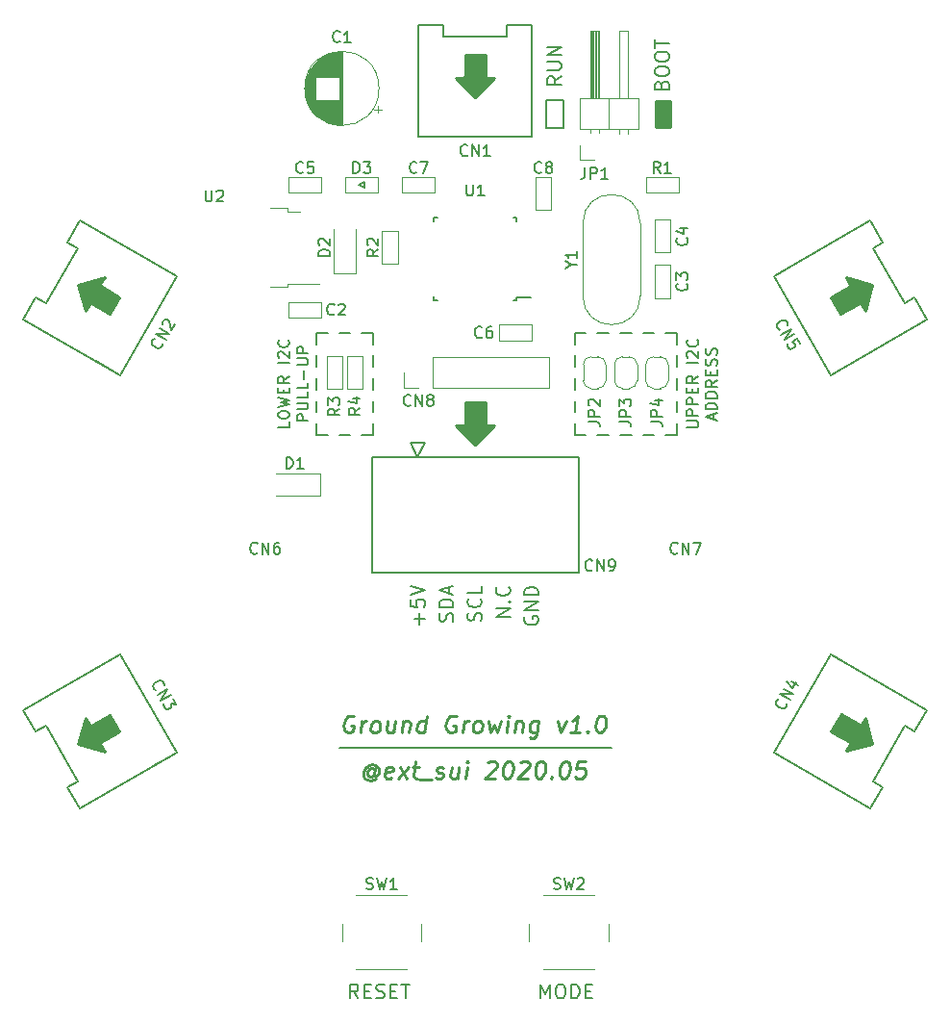
<source format=gto>
G04 #@! TF.GenerationSoftware,KiCad,Pcbnew,(5.0.2)-1*
G04 #@! TF.CreationDate,2020-05-05T14:41:23+09:00*
G04 #@! TF.ProjectId,Ground,47726f75-6e64-42e6-9b69-6361645f7063,rev?*
G04 #@! TF.SameCoordinates,Original*
G04 #@! TF.FileFunction,Legend,Top*
G04 #@! TF.FilePolarity,Positive*
%FSLAX46Y46*%
G04 Gerber Fmt 4.6, Leading zero omitted, Abs format (unit mm)*
G04 Created by KiCad (PCBNEW (5.0.2)-1) date 2020/05/05 14:41:23*
%MOMM*%
%LPD*%
G01*
G04 APERTURE LIST*
%ADD10C,0.200000*%
%ADD11C,0.150000*%
%ADD12C,0.250000*%
%ADD13C,0.120000*%
%ADD14C,0.127000*%
%ADD15C,0.254000*%
G04 APERTURE END LIST*
D10*
X133065476Y-113987142D02*
X131815476Y-113987142D01*
X133065476Y-113272857D01*
X131815476Y-113272857D01*
X132946428Y-112677619D02*
X133005952Y-112618095D01*
X133065476Y-112677619D01*
X133005952Y-112737142D01*
X132946428Y-112677619D01*
X133065476Y-112677619D01*
X132946428Y-111368095D02*
X133005952Y-111427619D01*
X133065476Y-111606190D01*
X133065476Y-111725238D01*
X133005952Y-111903809D01*
X132886904Y-112022857D01*
X132767857Y-112082380D01*
X132529761Y-112141904D01*
X132351190Y-112141904D01*
X132113095Y-112082380D01*
X131994047Y-112022857D01*
X131875000Y-111903809D01*
X131815476Y-111725238D01*
X131815476Y-111606190D01*
X131875000Y-111427619D01*
X131934523Y-111368095D01*
X128005952Y-114403809D02*
X128065476Y-114225238D01*
X128065476Y-113927619D01*
X128005952Y-113808571D01*
X127946428Y-113749047D01*
X127827380Y-113689523D01*
X127708333Y-113689523D01*
X127589285Y-113749047D01*
X127529761Y-113808571D01*
X127470238Y-113927619D01*
X127410714Y-114165714D01*
X127351190Y-114284761D01*
X127291666Y-114344285D01*
X127172619Y-114403809D01*
X127053571Y-114403809D01*
X126934523Y-114344285D01*
X126875000Y-114284761D01*
X126815476Y-114165714D01*
X126815476Y-113868095D01*
X126875000Y-113689523D01*
X128065476Y-113153809D02*
X126815476Y-113153809D01*
X126815476Y-112856190D01*
X126875000Y-112677619D01*
X126994047Y-112558571D01*
X127113095Y-112499047D01*
X127351190Y-112439523D01*
X127529761Y-112439523D01*
X127767857Y-112499047D01*
X127886904Y-112558571D01*
X128005952Y-112677619D01*
X128065476Y-112856190D01*
X128065476Y-113153809D01*
X127708333Y-111963333D02*
X127708333Y-111368095D01*
X128065476Y-112082380D02*
X126815476Y-111665714D01*
X128065476Y-111249047D01*
X130505952Y-114344285D02*
X130565476Y-114165714D01*
X130565476Y-113868095D01*
X130505952Y-113749047D01*
X130446428Y-113689523D01*
X130327380Y-113630000D01*
X130208333Y-113630000D01*
X130089285Y-113689523D01*
X130029761Y-113749047D01*
X129970238Y-113868095D01*
X129910714Y-114106190D01*
X129851190Y-114225238D01*
X129791666Y-114284761D01*
X129672619Y-114344285D01*
X129553571Y-114344285D01*
X129434523Y-114284761D01*
X129375000Y-114225238D01*
X129315476Y-114106190D01*
X129315476Y-113808571D01*
X129375000Y-113630000D01*
X130446428Y-112380000D02*
X130505952Y-112439523D01*
X130565476Y-112618095D01*
X130565476Y-112737142D01*
X130505952Y-112915714D01*
X130386904Y-113034761D01*
X130267857Y-113094285D01*
X130029761Y-113153809D01*
X129851190Y-113153809D01*
X129613095Y-113094285D01*
X129494047Y-113034761D01*
X129375000Y-112915714D01*
X129315476Y-112737142D01*
X129315476Y-112618095D01*
X129375000Y-112439523D01*
X129434523Y-112380000D01*
X130565476Y-111249047D02*
X130565476Y-111844285D01*
X129315476Y-111844285D01*
X125089285Y-114641904D02*
X125089285Y-113689523D01*
X125565476Y-114165714D02*
X124613095Y-114165714D01*
X124315476Y-112499047D02*
X124315476Y-113094285D01*
X124910714Y-113153809D01*
X124851190Y-113094285D01*
X124791666Y-112975238D01*
X124791666Y-112677619D01*
X124851190Y-112558571D01*
X124910714Y-112499047D01*
X125029761Y-112439523D01*
X125327380Y-112439523D01*
X125446428Y-112499047D01*
X125505952Y-112558571D01*
X125565476Y-112677619D01*
X125565476Y-112975238D01*
X125505952Y-113094285D01*
X125446428Y-113153809D01*
X124315476Y-112082380D02*
X125565476Y-111665714D01*
X124315476Y-111249047D01*
X134375000Y-113987142D02*
X134315476Y-114106190D01*
X134315476Y-114284761D01*
X134375000Y-114463333D01*
X134494047Y-114582380D01*
X134613095Y-114641904D01*
X134851190Y-114701428D01*
X135029761Y-114701428D01*
X135267857Y-114641904D01*
X135386904Y-114582380D01*
X135505952Y-114463333D01*
X135565476Y-114284761D01*
X135565476Y-114165714D01*
X135505952Y-113987142D01*
X135446428Y-113927619D01*
X135029761Y-113927619D01*
X135029761Y-114165714D01*
X135565476Y-113391904D02*
X134315476Y-113391904D01*
X135565476Y-112677619D01*
X134315476Y-112677619D01*
X135565476Y-112082380D02*
X134315476Y-112082380D01*
X134315476Y-111784761D01*
X134375000Y-111606190D01*
X134494047Y-111487142D01*
X134613095Y-111427619D01*
X134851190Y-111368095D01*
X135029761Y-111368095D01*
X135267857Y-111427619D01*
X135386904Y-111487142D01*
X135505952Y-111606190D01*
X135565476Y-111784761D01*
X135565476Y-112082380D01*
D11*
X121000000Y-95000000D02*
X121000000Y-96000000D01*
X116000000Y-95000000D02*
X116000000Y-96000000D01*
X121000000Y-98000000D02*
X120000000Y-98000000D01*
X118000000Y-98000000D02*
X119000000Y-98000000D01*
X116000000Y-98000000D02*
X117000000Y-98000000D01*
X116000000Y-97000000D02*
X116000000Y-98000000D01*
X121000000Y-97000000D02*
X121000000Y-98000000D01*
X121000000Y-93000000D02*
X121000000Y-94000000D01*
X116000000Y-93000000D02*
X116000000Y-94000000D01*
X116000000Y-91000000D02*
X116000000Y-92000000D01*
X121000000Y-91000000D02*
X121000000Y-92000000D01*
X116000000Y-89000000D02*
X117000000Y-89000000D01*
X116000000Y-89000000D02*
X116000000Y-90000000D01*
X118000000Y-89000000D02*
X119000000Y-89000000D01*
X120000000Y-89000000D02*
X121000000Y-89000000D01*
X121000000Y-90000000D02*
X121000000Y-89000000D01*
X147750000Y-90000000D02*
X147750000Y-89000000D01*
X147750000Y-92000000D02*
X147750000Y-91000000D01*
X147750000Y-94000000D02*
X147750000Y-93000000D01*
X147750000Y-96000000D02*
X147750000Y-95000000D01*
X147750000Y-98000000D02*
X147750000Y-97000000D01*
X138750000Y-97000000D02*
X138750000Y-98000000D01*
X138750000Y-95000000D02*
X138750000Y-96000000D01*
X138750000Y-93000000D02*
X138750000Y-94000000D01*
X138750000Y-91000000D02*
X138750000Y-92000000D01*
X138750000Y-89000000D02*
X138750000Y-90000000D01*
X146750000Y-98000000D02*
X147750000Y-98000000D01*
X144750000Y-98000000D02*
X145750000Y-98000000D01*
X142750000Y-98000000D02*
X143750000Y-98000000D01*
X140750000Y-98000000D02*
X141750000Y-98000000D01*
X138750000Y-98000000D02*
X139750000Y-98000000D01*
X146750000Y-89000000D02*
X147750000Y-89000000D01*
X144750000Y-89000000D02*
X145750000Y-89000000D01*
X142750000Y-89000000D02*
X143750000Y-89000000D01*
X140750000Y-89000000D02*
X141750000Y-89000000D01*
X138750000Y-89000000D02*
X139750000Y-89000000D01*
X148627380Y-97333333D02*
X149436904Y-97333333D01*
X149532142Y-97285714D01*
X149579761Y-97238095D01*
X149627380Y-97142857D01*
X149627380Y-96952380D01*
X149579761Y-96857142D01*
X149532142Y-96809523D01*
X149436904Y-96761904D01*
X148627380Y-96761904D01*
X149627380Y-96285714D02*
X148627380Y-96285714D01*
X148627380Y-95904761D01*
X148675000Y-95809523D01*
X148722619Y-95761904D01*
X148817857Y-95714285D01*
X148960714Y-95714285D01*
X149055952Y-95761904D01*
X149103571Y-95809523D01*
X149151190Y-95904761D01*
X149151190Y-96285714D01*
X149627380Y-95285714D02*
X148627380Y-95285714D01*
X148627380Y-94904761D01*
X148675000Y-94809523D01*
X148722619Y-94761904D01*
X148817857Y-94714285D01*
X148960714Y-94714285D01*
X149055952Y-94761904D01*
X149103571Y-94809523D01*
X149151190Y-94904761D01*
X149151190Y-95285714D01*
X149103571Y-94285714D02*
X149103571Y-93952380D01*
X149627380Y-93809523D02*
X149627380Y-94285714D01*
X148627380Y-94285714D01*
X148627380Y-93809523D01*
X149627380Y-92809523D02*
X149151190Y-93142857D01*
X149627380Y-93380952D02*
X148627380Y-93380952D01*
X148627380Y-93000000D01*
X148675000Y-92904761D01*
X148722619Y-92857142D01*
X148817857Y-92809523D01*
X148960714Y-92809523D01*
X149055952Y-92857142D01*
X149103571Y-92904761D01*
X149151190Y-93000000D01*
X149151190Y-93380952D01*
X149627380Y-91619047D02*
X148627380Y-91619047D01*
X148722619Y-91190476D02*
X148675000Y-91142857D01*
X148627380Y-91047619D01*
X148627380Y-90809523D01*
X148675000Y-90714285D01*
X148722619Y-90666666D01*
X148817857Y-90619047D01*
X148913095Y-90619047D01*
X149055952Y-90666666D01*
X149627380Y-91238095D01*
X149627380Y-90619047D01*
X149532142Y-89619047D02*
X149579761Y-89666666D01*
X149627380Y-89809523D01*
X149627380Y-89904761D01*
X149579761Y-90047619D01*
X149484523Y-90142857D01*
X149389285Y-90190476D01*
X149198809Y-90238095D01*
X149055952Y-90238095D01*
X148865476Y-90190476D01*
X148770238Y-90142857D01*
X148675000Y-90047619D01*
X148627380Y-89904761D01*
X148627380Y-89809523D01*
X148675000Y-89666666D01*
X148722619Y-89619047D01*
X150991666Y-96642857D02*
X150991666Y-96166666D01*
X151277380Y-96738095D02*
X150277380Y-96404761D01*
X151277380Y-96071428D01*
X151277380Y-95738095D02*
X150277380Y-95738095D01*
X150277380Y-95500000D01*
X150325000Y-95357142D01*
X150420238Y-95261904D01*
X150515476Y-95214285D01*
X150705952Y-95166666D01*
X150848809Y-95166666D01*
X151039285Y-95214285D01*
X151134523Y-95261904D01*
X151229761Y-95357142D01*
X151277380Y-95500000D01*
X151277380Y-95738095D01*
X151277380Y-94738095D02*
X150277380Y-94738095D01*
X150277380Y-94500000D01*
X150325000Y-94357142D01*
X150420238Y-94261904D01*
X150515476Y-94214285D01*
X150705952Y-94166666D01*
X150848809Y-94166666D01*
X151039285Y-94214285D01*
X151134523Y-94261904D01*
X151229761Y-94357142D01*
X151277380Y-94500000D01*
X151277380Y-94738095D01*
X151277380Y-93166666D02*
X150801190Y-93500000D01*
X151277380Y-93738095D02*
X150277380Y-93738095D01*
X150277380Y-93357142D01*
X150325000Y-93261904D01*
X150372619Y-93214285D01*
X150467857Y-93166666D01*
X150610714Y-93166666D01*
X150705952Y-93214285D01*
X150753571Y-93261904D01*
X150801190Y-93357142D01*
X150801190Y-93738095D01*
X150753571Y-92738095D02*
X150753571Y-92404761D01*
X151277380Y-92261904D02*
X151277380Y-92738095D01*
X150277380Y-92738095D01*
X150277380Y-92261904D01*
X151229761Y-91880952D02*
X151277380Y-91738095D01*
X151277380Y-91500000D01*
X151229761Y-91404761D01*
X151182142Y-91357142D01*
X151086904Y-91309523D01*
X150991666Y-91309523D01*
X150896428Y-91357142D01*
X150848809Y-91404761D01*
X150801190Y-91500000D01*
X150753571Y-91690476D01*
X150705952Y-91785714D01*
X150658333Y-91833333D01*
X150563095Y-91880952D01*
X150467857Y-91880952D01*
X150372619Y-91833333D01*
X150325000Y-91785714D01*
X150277380Y-91690476D01*
X150277380Y-91452380D01*
X150325000Y-91309523D01*
X151229761Y-90928571D02*
X151277380Y-90785714D01*
X151277380Y-90547619D01*
X151229761Y-90452380D01*
X151182142Y-90404761D01*
X151086904Y-90357142D01*
X150991666Y-90357142D01*
X150896428Y-90404761D01*
X150848809Y-90452380D01*
X150801190Y-90547619D01*
X150753571Y-90738095D01*
X150705952Y-90833333D01*
X150658333Y-90880952D01*
X150563095Y-90928571D01*
X150467857Y-90928571D01*
X150372619Y-90880952D01*
X150325000Y-90833333D01*
X150277380Y-90738095D01*
X150277380Y-90500000D01*
X150325000Y-90357142D01*
X136250000Y-68500000D02*
X136250000Y-71000000D01*
X137750000Y-68500000D02*
X136250000Y-68500000D01*
X137750000Y-71000000D02*
X137750000Y-68500000D01*
X136250000Y-71000000D02*
X137750000Y-71000000D01*
D10*
X137565476Y-66422619D02*
X136970238Y-66839285D01*
X137565476Y-67136904D02*
X136315476Y-67136904D01*
X136315476Y-66660714D01*
X136375000Y-66541666D01*
X136434523Y-66482142D01*
X136553571Y-66422619D01*
X136732142Y-66422619D01*
X136851190Y-66482142D01*
X136910714Y-66541666D01*
X136970238Y-66660714D01*
X136970238Y-67136904D01*
X136315476Y-65886904D02*
X137327380Y-65886904D01*
X137446428Y-65827380D01*
X137505952Y-65767857D01*
X137565476Y-65648809D01*
X137565476Y-65410714D01*
X137505952Y-65291666D01*
X137446428Y-65232142D01*
X137327380Y-65172619D01*
X136315476Y-65172619D01*
X137565476Y-64577380D02*
X136315476Y-64577380D01*
X137565476Y-63863095D01*
X136315476Y-63863095D01*
D11*
X113627380Y-96833333D02*
X113627380Y-97309523D01*
X112627380Y-97309523D01*
X112627380Y-96309523D02*
X112627380Y-96119047D01*
X112675000Y-96023809D01*
X112770238Y-95928571D01*
X112960714Y-95880952D01*
X113294047Y-95880952D01*
X113484523Y-95928571D01*
X113579761Y-96023809D01*
X113627380Y-96119047D01*
X113627380Y-96309523D01*
X113579761Y-96404761D01*
X113484523Y-96500000D01*
X113294047Y-96547619D01*
X112960714Y-96547619D01*
X112770238Y-96500000D01*
X112675000Y-96404761D01*
X112627380Y-96309523D01*
X112627380Y-95547619D02*
X113627380Y-95309523D01*
X112913095Y-95119047D01*
X113627380Y-94928571D01*
X112627380Y-94690476D01*
X113103571Y-94309523D02*
X113103571Y-93976190D01*
X113627380Y-93833333D02*
X113627380Y-94309523D01*
X112627380Y-94309523D01*
X112627380Y-93833333D01*
X113627380Y-92833333D02*
X113151190Y-93166666D01*
X113627380Y-93404761D02*
X112627380Y-93404761D01*
X112627380Y-93023809D01*
X112675000Y-92928571D01*
X112722619Y-92880952D01*
X112817857Y-92833333D01*
X112960714Y-92833333D01*
X113055952Y-92880952D01*
X113103571Y-92928571D01*
X113151190Y-93023809D01*
X113151190Y-93404761D01*
X113627380Y-91642857D02*
X112627380Y-91642857D01*
X112722619Y-91214285D02*
X112675000Y-91166666D01*
X112627380Y-91071428D01*
X112627380Y-90833333D01*
X112675000Y-90738095D01*
X112722619Y-90690476D01*
X112817857Y-90642857D01*
X112913095Y-90642857D01*
X113055952Y-90690476D01*
X113627380Y-91261904D01*
X113627380Y-90642857D01*
X113532142Y-89642857D02*
X113579761Y-89690476D01*
X113627380Y-89833333D01*
X113627380Y-89928571D01*
X113579761Y-90071428D01*
X113484523Y-90166666D01*
X113389285Y-90214285D01*
X113198809Y-90261904D01*
X113055952Y-90261904D01*
X112865476Y-90214285D01*
X112770238Y-90166666D01*
X112675000Y-90071428D01*
X112627380Y-89928571D01*
X112627380Y-89833333D01*
X112675000Y-89690476D01*
X112722619Y-89642857D01*
X115277380Y-96738095D02*
X114277380Y-96738095D01*
X114277380Y-96357142D01*
X114325000Y-96261904D01*
X114372619Y-96214285D01*
X114467857Y-96166666D01*
X114610714Y-96166666D01*
X114705952Y-96214285D01*
X114753571Y-96261904D01*
X114801190Y-96357142D01*
X114801190Y-96738095D01*
X114277380Y-95738095D02*
X115086904Y-95738095D01*
X115182142Y-95690476D01*
X115229761Y-95642857D01*
X115277380Y-95547619D01*
X115277380Y-95357142D01*
X115229761Y-95261904D01*
X115182142Y-95214285D01*
X115086904Y-95166666D01*
X114277380Y-95166666D01*
X115277380Y-94214285D02*
X115277380Y-94690476D01*
X114277380Y-94690476D01*
X115277380Y-93404761D02*
X115277380Y-93880952D01*
X114277380Y-93880952D01*
X114896428Y-93071428D02*
X114896428Y-92309523D01*
X114277380Y-91833333D02*
X115086904Y-91833333D01*
X115182142Y-91785714D01*
X115229761Y-91738095D01*
X115277380Y-91642857D01*
X115277380Y-91452380D01*
X115229761Y-91357142D01*
X115182142Y-91309523D01*
X115086904Y-91261904D01*
X114277380Y-91261904D01*
X115277380Y-90785714D02*
X114277380Y-90785714D01*
X114277380Y-90404761D01*
X114325000Y-90309523D01*
X114372619Y-90261904D01*
X114467857Y-90214285D01*
X114610714Y-90214285D01*
X114705952Y-90261904D01*
X114753571Y-90309523D01*
X114801190Y-90404761D01*
X114801190Y-90785714D01*
D10*
X118000000Y-125500000D02*
X142000000Y-125500000D01*
X146410714Y-67196428D02*
X146470238Y-67017857D01*
X146529761Y-66958333D01*
X146648809Y-66898809D01*
X146827380Y-66898809D01*
X146946428Y-66958333D01*
X147005952Y-67017857D01*
X147065476Y-67136904D01*
X147065476Y-67613095D01*
X145815476Y-67613095D01*
X145815476Y-67196428D01*
X145875000Y-67077380D01*
X145934523Y-67017857D01*
X146053571Y-66958333D01*
X146172619Y-66958333D01*
X146291666Y-67017857D01*
X146351190Y-67077380D01*
X146410714Y-67196428D01*
X146410714Y-67613095D01*
X145815476Y-66125000D02*
X145815476Y-65886904D01*
X145875000Y-65767857D01*
X145994047Y-65648809D01*
X146232142Y-65589285D01*
X146648809Y-65589285D01*
X146886904Y-65648809D01*
X147005952Y-65767857D01*
X147065476Y-65886904D01*
X147065476Y-66125000D01*
X147005952Y-66244047D01*
X146886904Y-66363095D01*
X146648809Y-66422619D01*
X146232142Y-66422619D01*
X145994047Y-66363095D01*
X145875000Y-66244047D01*
X145815476Y-66125000D01*
X145815476Y-64815476D02*
X145815476Y-64577380D01*
X145875000Y-64458333D01*
X145994047Y-64339285D01*
X146232142Y-64279761D01*
X146648809Y-64279761D01*
X146886904Y-64339285D01*
X147005952Y-64458333D01*
X147065476Y-64577380D01*
X147065476Y-64815476D01*
X147005952Y-64934523D01*
X146886904Y-65053571D01*
X146648809Y-65113095D01*
X146232142Y-65113095D01*
X145994047Y-65053571D01*
X145875000Y-64934523D01*
X145815476Y-64815476D01*
X145815476Y-63922619D02*
X145815476Y-63208333D01*
X147065476Y-63565476D02*
X145815476Y-63565476D01*
X135738095Y-147565476D02*
X135738095Y-146315476D01*
X136154761Y-147208333D01*
X136571428Y-146315476D01*
X136571428Y-147565476D01*
X137404761Y-146315476D02*
X137642857Y-146315476D01*
X137761904Y-146375000D01*
X137880952Y-146494047D01*
X137940476Y-146732142D01*
X137940476Y-147148809D01*
X137880952Y-147386904D01*
X137761904Y-147505952D01*
X137642857Y-147565476D01*
X137404761Y-147565476D01*
X137285714Y-147505952D01*
X137166666Y-147386904D01*
X137107142Y-147148809D01*
X137107142Y-146732142D01*
X137166666Y-146494047D01*
X137285714Y-146375000D01*
X137404761Y-146315476D01*
X138476190Y-147565476D02*
X138476190Y-146315476D01*
X138773809Y-146315476D01*
X138952380Y-146375000D01*
X139071428Y-146494047D01*
X139130952Y-146613095D01*
X139190476Y-146851190D01*
X139190476Y-147029761D01*
X139130952Y-147267857D01*
X139071428Y-147386904D01*
X138952380Y-147505952D01*
X138773809Y-147565476D01*
X138476190Y-147565476D01*
X139726190Y-146910714D02*
X140142857Y-146910714D01*
X140321428Y-147565476D02*
X139726190Y-147565476D01*
X139726190Y-146315476D01*
X140321428Y-146315476D01*
X119684523Y-147565476D02*
X119267857Y-146970238D01*
X118970238Y-147565476D02*
X118970238Y-146315476D01*
X119446428Y-146315476D01*
X119565476Y-146375000D01*
X119625000Y-146434523D01*
X119684523Y-146553571D01*
X119684523Y-146732142D01*
X119625000Y-146851190D01*
X119565476Y-146910714D01*
X119446428Y-146970238D01*
X118970238Y-146970238D01*
X120220238Y-146910714D02*
X120636904Y-146910714D01*
X120815476Y-147565476D02*
X120220238Y-147565476D01*
X120220238Y-146315476D01*
X120815476Y-146315476D01*
X121291666Y-147505952D02*
X121470238Y-147565476D01*
X121767857Y-147565476D01*
X121886904Y-147505952D01*
X121946428Y-147446428D01*
X122005952Y-147327380D01*
X122005952Y-147208333D01*
X121946428Y-147089285D01*
X121886904Y-147029761D01*
X121767857Y-146970238D01*
X121529761Y-146910714D01*
X121410714Y-146851190D01*
X121351190Y-146791666D01*
X121291666Y-146672619D01*
X121291666Y-146553571D01*
X121351190Y-146434523D01*
X121410714Y-146375000D01*
X121529761Y-146315476D01*
X121827380Y-146315476D01*
X122005952Y-146375000D01*
X122541666Y-146910714D02*
X122958333Y-146910714D01*
X123136904Y-147565476D02*
X122541666Y-147565476D01*
X122541666Y-146315476D01*
X123136904Y-146315476D01*
X123494047Y-146315476D02*
X124208333Y-146315476D01*
X123851190Y-147565476D02*
X123851190Y-146315476D01*
D12*
X121151562Y-127464285D02*
X121089062Y-127392857D01*
X120955133Y-127321428D01*
X120812276Y-127321428D01*
X120660491Y-127392857D01*
X120580133Y-127464285D01*
X120490848Y-127607142D01*
X120472991Y-127750000D01*
X120526562Y-127892857D01*
X120589062Y-127964285D01*
X120722991Y-128035714D01*
X120865848Y-128035714D01*
X121017633Y-127964285D01*
X121097991Y-127892857D01*
X121169419Y-127321428D02*
X121097991Y-127892857D01*
X121160491Y-127964285D01*
X121231919Y-127964285D01*
X121383705Y-127892857D01*
X121472991Y-127750000D01*
X121517633Y-127392857D01*
X121401562Y-127178571D01*
X121205133Y-127035714D01*
X120928348Y-126964285D01*
X120633705Y-127035714D01*
X120401562Y-127178571D01*
X120231919Y-127392857D01*
X120124776Y-127678571D01*
X120160491Y-127964285D01*
X120276562Y-128178571D01*
X120472991Y-128321428D01*
X120749776Y-128392857D01*
X121044419Y-128321428D01*
X121276562Y-128178571D01*
X122642633Y-128107142D02*
X122490848Y-128178571D01*
X122205133Y-128178571D01*
X122071205Y-128107142D01*
X122017633Y-127964285D01*
X122089062Y-127392857D01*
X122178348Y-127250000D01*
X122330133Y-127178571D01*
X122615848Y-127178571D01*
X122749776Y-127250000D01*
X122803348Y-127392857D01*
X122785491Y-127535714D01*
X122053348Y-127678571D01*
X123205133Y-128178571D02*
X124115848Y-127178571D01*
X123330133Y-127178571D02*
X123990848Y-128178571D01*
X124472991Y-127178571D02*
X125044419Y-127178571D01*
X124749776Y-126678571D02*
X124589062Y-127964285D01*
X124642633Y-128107142D01*
X124776562Y-128178571D01*
X124919419Y-128178571D01*
X125044419Y-128321428D02*
X126187276Y-128321428D01*
X126499776Y-128107142D02*
X126633705Y-128178571D01*
X126919419Y-128178571D01*
X127071205Y-128107142D01*
X127160491Y-127964285D01*
X127169419Y-127892857D01*
X127115848Y-127750000D01*
X126981919Y-127678571D01*
X126767633Y-127678571D01*
X126633705Y-127607142D01*
X126580133Y-127464285D01*
X126589062Y-127392857D01*
X126678348Y-127250000D01*
X126830133Y-127178571D01*
X127044419Y-127178571D01*
X127178348Y-127250000D01*
X128544419Y-127178571D02*
X128419419Y-128178571D01*
X127901562Y-127178571D02*
X127803348Y-127964285D01*
X127856919Y-128107142D01*
X127990848Y-128178571D01*
X128205133Y-128178571D01*
X128356919Y-128107142D01*
X128437276Y-128035714D01*
X129133705Y-128178571D02*
X129258705Y-127178571D01*
X129321205Y-126678571D02*
X129240848Y-126750000D01*
X129303348Y-126821428D01*
X129383705Y-126750000D01*
X129321205Y-126678571D01*
X129303348Y-126821428D01*
X131089062Y-126821428D02*
X131169419Y-126750000D01*
X131321205Y-126678571D01*
X131678348Y-126678571D01*
X131812276Y-126750000D01*
X131874776Y-126821428D01*
X131928348Y-126964285D01*
X131910491Y-127107142D01*
X131812276Y-127321428D01*
X130847991Y-128178571D01*
X131776562Y-128178571D01*
X132892633Y-126678571D02*
X133035491Y-126678571D01*
X133169419Y-126750000D01*
X133231919Y-126821428D01*
X133285491Y-126964285D01*
X133321205Y-127250000D01*
X133276562Y-127607142D01*
X133169419Y-127892857D01*
X133080133Y-128035714D01*
X132999776Y-128107142D01*
X132847991Y-128178571D01*
X132705133Y-128178571D01*
X132571205Y-128107142D01*
X132508705Y-128035714D01*
X132455133Y-127892857D01*
X132419419Y-127607142D01*
X132464062Y-127250000D01*
X132571205Y-126964285D01*
X132660491Y-126821428D01*
X132740848Y-126750000D01*
X132892633Y-126678571D01*
X133946205Y-126821428D02*
X134026562Y-126750000D01*
X134178348Y-126678571D01*
X134535491Y-126678571D01*
X134669419Y-126750000D01*
X134731919Y-126821428D01*
X134785491Y-126964285D01*
X134767633Y-127107142D01*
X134669419Y-127321428D01*
X133705133Y-128178571D01*
X134633705Y-128178571D01*
X135749776Y-126678571D02*
X135892633Y-126678571D01*
X136026562Y-126750000D01*
X136089062Y-126821428D01*
X136142633Y-126964285D01*
X136178348Y-127250000D01*
X136133705Y-127607142D01*
X136026562Y-127892857D01*
X135937276Y-128035714D01*
X135856919Y-128107142D01*
X135705133Y-128178571D01*
X135562276Y-128178571D01*
X135428348Y-128107142D01*
X135365848Y-128035714D01*
X135312276Y-127892857D01*
X135276562Y-127607142D01*
X135321205Y-127250000D01*
X135428348Y-126964285D01*
X135517633Y-126821428D01*
X135597991Y-126750000D01*
X135749776Y-126678571D01*
X136722991Y-128035714D02*
X136785491Y-128107142D01*
X136705133Y-128178571D01*
X136642633Y-128107142D01*
X136722991Y-128035714D01*
X136705133Y-128178571D01*
X137892633Y-126678571D02*
X138035491Y-126678571D01*
X138169419Y-126750000D01*
X138231919Y-126821428D01*
X138285491Y-126964285D01*
X138321205Y-127250000D01*
X138276562Y-127607142D01*
X138169419Y-127892857D01*
X138080133Y-128035714D01*
X137999776Y-128107142D01*
X137847991Y-128178571D01*
X137705133Y-128178571D01*
X137571205Y-128107142D01*
X137508705Y-128035714D01*
X137455133Y-127892857D01*
X137419419Y-127607142D01*
X137464062Y-127250000D01*
X137571205Y-126964285D01*
X137660491Y-126821428D01*
X137740848Y-126750000D01*
X137892633Y-126678571D01*
X139749776Y-126678571D02*
X139035491Y-126678571D01*
X138874776Y-127392857D01*
X138955133Y-127321428D01*
X139106919Y-127250000D01*
X139464062Y-127250000D01*
X139597991Y-127321428D01*
X139660491Y-127392857D01*
X139714062Y-127535714D01*
X139669419Y-127892857D01*
X139580133Y-128035714D01*
X139499776Y-128107142D01*
X139347991Y-128178571D01*
X138990848Y-128178571D01*
X138856919Y-128107142D01*
X138794419Y-128035714D01*
X119347991Y-122750000D02*
X119214062Y-122678571D01*
X118999776Y-122678571D01*
X118776562Y-122750000D01*
X118615848Y-122892857D01*
X118526562Y-123035714D01*
X118419419Y-123321428D01*
X118392633Y-123535714D01*
X118428348Y-123821428D01*
X118481919Y-123964285D01*
X118606919Y-124107142D01*
X118812276Y-124178571D01*
X118955133Y-124178571D01*
X119178348Y-124107142D01*
X119258705Y-124035714D01*
X119321205Y-123535714D01*
X119035491Y-123535714D01*
X119883705Y-124178571D02*
X120008705Y-123178571D01*
X119972991Y-123464285D02*
X120062276Y-123321428D01*
X120142633Y-123250000D01*
X120294419Y-123178571D01*
X120437276Y-123178571D01*
X121026562Y-124178571D02*
X120892633Y-124107142D01*
X120830133Y-124035714D01*
X120776562Y-123892857D01*
X120830133Y-123464285D01*
X120919419Y-123321428D01*
X120999776Y-123250000D01*
X121151562Y-123178571D01*
X121365848Y-123178571D01*
X121499776Y-123250000D01*
X121562276Y-123321428D01*
X121615848Y-123464285D01*
X121562276Y-123892857D01*
X121472991Y-124035714D01*
X121392633Y-124107142D01*
X121240848Y-124178571D01*
X121026562Y-124178571D01*
X122937276Y-123178571D02*
X122812276Y-124178571D01*
X122294419Y-123178571D02*
X122196205Y-123964285D01*
X122249776Y-124107142D01*
X122383705Y-124178571D01*
X122597991Y-124178571D01*
X122749776Y-124107142D01*
X122830133Y-124035714D01*
X123651562Y-123178571D02*
X123526562Y-124178571D01*
X123633705Y-123321428D02*
X123714062Y-123250000D01*
X123865848Y-123178571D01*
X124080133Y-123178571D01*
X124214062Y-123250000D01*
X124267633Y-123392857D01*
X124169419Y-124178571D01*
X125526562Y-124178571D02*
X125714062Y-122678571D01*
X125535491Y-124107142D02*
X125383705Y-124178571D01*
X125097991Y-124178571D01*
X124964062Y-124107142D01*
X124901562Y-124035714D01*
X124847991Y-123892857D01*
X124901562Y-123464285D01*
X124990848Y-123321428D01*
X125071205Y-123250000D01*
X125222991Y-123178571D01*
X125508705Y-123178571D01*
X125642633Y-123250000D01*
X128347991Y-122750000D02*
X128214062Y-122678571D01*
X127999776Y-122678571D01*
X127776562Y-122750000D01*
X127615848Y-122892857D01*
X127526562Y-123035714D01*
X127419419Y-123321428D01*
X127392633Y-123535714D01*
X127428348Y-123821428D01*
X127481919Y-123964285D01*
X127606919Y-124107142D01*
X127812276Y-124178571D01*
X127955133Y-124178571D01*
X128178348Y-124107142D01*
X128258705Y-124035714D01*
X128321205Y-123535714D01*
X128035491Y-123535714D01*
X128883705Y-124178571D02*
X129008705Y-123178571D01*
X128972991Y-123464285D02*
X129062276Y-123321428D01*
X129142633Y-123250000D01*
X129294419Y-123178571D01*
X129437276Y-123178571D01*
X130026562Y-124178571D02*
X129892633Y-124107142D01*
X129830133Y-124035714D01*
X129776562Y-123892857D01*
X129830133Y-123464285D01*
X129919419Y-123321428D01*
X129999776Y-123250000D01*
X130151562Y-123178571D01*
X130365848Y-123178571D01*
X130499776Y-123250000D01*
X130562276Y-123321428D01*
X130615848Y-123464285D01*
X130562276Y-123892857D01*
X130472991Y-124035714D01*
X130392633Y-124107142D01*
X130240848Y-124178571D01*
X130026562Y-124178571D01*
X131151562Y-123178571D02*
X131312276Y-124178571D01*
X131687276Y-123464285D01*
X131883705Y-124178571D01*
X132294419Y-123178571D01*
X132740848Y-124178571D02*
X132865848Y-123178571D01*
X132928348Y-122678571D02*
X132847991Y-122750000D01*
X132910491Y-122821428D01*
X132990848Y-122750000D01*
X132928348Y-122678571D01*
X132910491Y-122821428D01*
X133580133Y-123178571D02*
X133455133Y-124178571D01*
X133562276Y-123321428D02*
X133642633Y-123250000D01*
X133794419Y-123178571D01*
X134008705Y-123178571D01*
X134142633Y-123250000D01*
X134196205Y-123392857D01*
X134097991Y-124178571D01*
X135580133Y-123178571D02*
X135428348Y-124392857D01*
X135339062Y-124535714D01*
X135258705Y-124607142D01*
X135106919Y-124678571D01*
X134892633Y-124678571D01*
X134758705Y-124607142D01*
X135464062Y-124107142D02*
X135312276Y-124178571D01*
X135026562Y-124178571D01*
X134892633Y-124107142D01*
X134830133Y-124035714D01*
X134776562Y-123892857D01*
X134830133Y-123464285D01*
X134919419Y-123321428D01*
X134999776Y-123250000D01*
X135151562Y-123178571D01*
X135437276Y-123178571D01*
X135571205Y-123250000D01*
X137294419Y-123178571D02*
X137526562Y-124178571D01*
X138008705Y-123178571D01*
X139240848Y-124178571D02*
X138383705Y-124178571D01*
X138812276Y-124178571D02*
X138999776Y-122678571D01*
X138830133Y-122892857D01*
X138669419Y-123035714D01*
X138517633Y-123107142D01*
X139901562Y-124035714D02*
X139964062Y-124107142D01*
X139883705Y-124178571D01*
X139821205Y-124107142D01*
X139901562Y-124035714D01*
X139883705Y-124178571D01*
X141071205Y-122678571D02*
X141214062Y-122678571D01*
X141347991Y-122750000D01*
X141410491Y-122821428D01*
X141464062Y-122964285D01*
X141499776Y-123250000D01*
X141455133Y-123607142D01*
X141347991Y-123892857D01*
X141258705Y-124035714D01*
X141178348Y-124107142D01*
X141026562Y-124178571D01*
X140883705Y-124178571D01*
X140749776Y-124107142D01*
X140687276Y-124035714D01*
X140633705Y-123892857D01*
X140597991Y-123607142D01*
X140642633Y-123250000D01*
X140749776Y-122964285D01*
X140839062Y-122821428D01*
X140919419Y-122750000D01*
X141071205Y-122678571D01*
D13*
G04 #@! TO.C,CN8*
X136490000Y-93830000D02*
X136490000Y-91170000D01*
X126270000Y-93830000D02*
X136490000Y-93830000D01*
X126270000Y-91170000D02*
X136490000Y-91170000D01*
X126270000Y-93830000D02*
X126270000Y-91170000D01*
X125000000Y-93830000D02*
X123670000Y-93830000D01*
X123670000Y-93830000D02*
X123670000Y-92500000D01*
G04 #@! TO.C,D2*
X117500000Y-83750000D02*
X119500000Y-83750000D01*
X119500000Y-83750000D02*
X119500000Y-79850000D01*
X117500000Y-83750000D02*
X117500000Y-79850000D01*
D11*
G04 #@! TO.C,CN9*
X120920000Y-99920000D02*
X139080000Y-99920000D01*
X120920000Y-110080000D02*
X139080000Y-110080000D01*
X139080000Y-99920000D02*
X139080000Y-110080000D01*
X120920000Y-99920000D02*
X120920000Y-110080000D01*
X124920000Y-99920000D02*
X124285000Y-98650000D01*
X124285000Y-98650000D02*
X125555000Y-98650000D01*
X125555000Y-98650000D02*
X124920000Y-99920000D01*
D14*
G04 #@! TO.C,CN2*
X96617349Y-91504969D02*
X98346317Y-92503189D01*
X90206476Y-87805127D02*
X98693524Y-92705127D01*
X95206476Y-79144873D02*
X103693524Y-84044873D01*
X103693524Y-84044873D02*
X98693524Y-92705127D01*
X94106016Y-81050926D02*
X95206476Y-79144873D01*
X94972994Y-81551476D02*
X94106016Y-81050926D01*
X92172961Y-86399074D02*
X94972041Y-81550926D01*
X91306476Y-85899871D02*
X92173454Y-86400421D01*
X90206016Y-87805924D02*
X91306476Y-85899871D01*
D13*
G04 #@! TO.C,C2*
X116450000Y-87700000D02*
X113550000Y-87700000D01*
X113550000Y-86300000D02*
X116450000Y-86300000D01*
X113550000Y-87700000D02*
X113550000Y-86300000D01*
X116450000Y-87700000D02*
X116450000Y-86300000D01*
G04 #@! TO.C,C3*
X145800000Y-85950000D02*
X145800000Y-83050000D01*
X147200000Y-83050000D02*
X147200000Y-85950000D01*
X145800000Y-83050000D02*
X147200000Y-83050000D01*
X145800000Y-85950000D02*
X147200000Y-85950000D01*
G04 #@! TO.C,C4*
X147200000Y-79050000D02*
X145800000Y-79050000D01*
X147200000Y-81950000D02*
X145800000Y-81950000D01*
X145800000Y-81950000D02*
X145800000Y-79050000D01*
X147200000Y-79050000D02*
X147200000Y-81950000D01*
G04 #@! TO.C,C5*
X116450000Y-76700000D02*
X113550000Y-76700000D01*
X113550000Y-75300000D02*
X116450000Y-75300000D01*
X113550000Y-76700000D02*
X113550000Y-75300000D01*
X116450000Y-76700000D02*
X116450000Y-75300000D01*
G04 #@! TO.C,C6*
X132050000Y-88300000D02*
X132050000Y-89700000D01*
X134950000Y-88300000D02*
X134950000Y-89700000D01*
X134950000Y-89700000D02*
X132050000Y-89700000D01*
X132050000Y-88300000D02*
X134950000Y-88300000D01*
G04 #@! TO.C,C7*
X126450000Y-76700000D02*
X126450000Y-75300000D01*
X123550000Y-76700000D02*
X123550000Y-75300000D01*
X123550000Y-75300000D02*
X126450000Y-75300000D01*
X126450000Y-76700000D02*
X123550000Y-76700000D01*
G04 #@! TO.C,C8*
X136700000Y-75300000D02*
X136700000Y-78200000D01*
X135300000Y-78200000D02*
X135300000Y-75300000D01*
X136700000Y-78200000D02*
X135300000Y-78200000D01*
X136700000Y-75300000D02*
X135300000Y-75300000D01*
D14*
G04 #@! TO.C,CN1*
X125001280Y-69351900D02*
X125001280Y-71348340D01*
X125000000Y-61950000D02*
X125000000Y-71750000D01*
X135000000Y-61950000D02*
X135000000Y-71750000D01*
X135000000Y-71750000D02*
X125000000Y-71750000D01*
X132799080Y-61950000D02*
X135000000Y-61950000D01*
X132799080Y-62951100D02*
X132799080Y-61950000D01*
X127200920Y-62950000D02*
X132799080Y-62950000D01*
X127200000Y-61950000D02*
X127200000Y-62951100D01*
X124999080Y-61950000D02*
X127200000Y-61950000D01*
G04 #@! TO.C,CN3*
X95206936Y-130855924D02*
X94106476Y-128949871D01*
X94106476Y-128949871D02*
X94973454Y-128449321D01*
X94972041Y-128449074D02*
X92172961Y-123600926D01*
X92173914Y-123600376D02*
X91306936Y-124100926D01*
X91306936Y-124100926D02*
X90206476Y-122194873D01*
X98693524Y-117294873D02*
X103693524Y-125955127D01*
X90206476Y-122194873D02*
X98693524Y-117294873D01*
X95206476Y-130855127D02*
X103693524Y-125955127D01*
X101616069Y-127153069D02*
X103345037Y-126154849D01*
G04 #@! TO.C,CN4*
X163357651Y-118495031D02*
X161628683Y-117496811D01*
X169768524Y-122194873D02*
X161281476Y-117294873D01*
X164768524Y-130855127D02*
X156281476Y-125955127D01*
X156281476Y-125955127D02*
X161281476Y-117294873D01*
X165868984Y-128949074D02*
X164768524Y-130855127D01*
X165002006Y-128448524D02*
X165868984Y-128949074D01*
X167802039Y-123600926D02*
X165002959Y-128449074D01*
X168668524Y-124100129D02*
X167801546Y-123599579D01*
X169768984Y-122194076D02*
X168668524Y-124100129D01*
G04 #@! TO.C,CN5*
X164768064Y-79144076D02*
X165868524Y-81050129D01*
X165868524Y-81050129D02*
X165001546Y-81550679D01*
X165002959Y-81550926D02*
X167802039Y-86399074D01*
X167801086Y-86399624D02*
X168668064Y-85899074D01*
X168668064Y-85899074D02*
X169768524Y-87805127D01*
X161281476Y-92705127D02*
X156281476Y-84044873D01*
X169768524Y-87805127D02*
X161281476Y-92705127D01*
X164768524Y-79144873D02*
X156281476Y-84044873D01*
X158358931Y-82846931D02*
X156629963Y-83845151D01*
D11*
G04 #@! TO.C,D3*
X119750000Y-76000000D02*
X120250000Y-76250000D01*
X119750000Y-76000000D02*
X120250000Y-75750000D01*
X120250000Y-75750000D02*
X120250000Y-76250000D01*
D13*
X118550000Y-75300000D02*
X121450000Y-75300000D01*
X121450000Y-76700000D02*
X118550000Y-76700000D01*
X121450000Y-75300000D02*
X121450000Y-76700000D01*
X118550000Y-75300000D02*
X118550000Y-76700000D01*
G04 #@! TO.C,R1*
X145050000Y-75300000D02*
X147950000Y-75300000D01*
X147950000Y-76700000D02*
X145050000Y-76700000D01*
X147950000Y-75300000D02*
X147950000Y-76700000D01*
X145050000Y-75300000D02*
X145050000Y-76700000D01*
G04 #@! TO.C,R2*
X121800000Y-82950000D02*
X121800000Y-80050000D01*
X123200000Y-80050000D02*
X123200000Y-82950000D01*
X121800000Y-80050000D02*
X123200000Y-80050000D01*
X121800000Y-82950000D02*
X123200000Y-82950000D01*
G04 #@! TO.C,R3*
X118300000Y-91050000D02*
X118300000Y-93950000D01*
X116900000Y-93950000D02*
X116900000Y-91050000D01*
X118300000Y-93950000D02*
X116900000Y-93950000D01*
X118300000Y-91050000D02*
X116900000Y-91050000D01*
G04 #@! TO.C,R4*
X120100000Y-91050000D02*
X118700000Y-91050000D01*
X120100000Y-93950000D02*
X118700000Y-93950000D01*
X118700000Y-93950000D02*
X118700000Y-91050000D01*
X120100000Y-91050000D02*
X120100000Y-93950000D01*
G04 #@! TO.C,SW1*
X118250000Y-141000000D02*
X118250000Y-142500000D01*
X119500000Y-145000000D02*
X124000000Y-145000000D01*
X125250000Y-142500000D02*
X125250000Y-141000000D01*
X124000000Y-138500000D02*
X119500000Y-138500000D01*
G04 #@! TO.C,SW2*
X136000000Y-145000000D02*
X140500000Y-145000000D01*
X134750000Y-141000000D02*
X134750000Y-142500000D01*
X140500000Y-138500000D02*
X136000000Y-138500000D01*
X141750000Y-142500000D02*
X141750000Y-141000000D01*
D11*
G04 #@! TO.C,U1*
X133625000Y-86125000D02*
X133625000Y-85900000D01*
X126375000Y-86125000D02*
X126375000Y-85825000D01*
X126375000Y-78875000D02*
X126375000Y-79175000D01*
X133625000Y-78875000D02*
X133625000Y-79175000D01*
X133625000Y-86125000D02*
X133325000Y-86125000D01*
X133625000Y-78875000D02*
X133325000Y-78875000D01*
X126375000Y-78875000D02*
X126675000Y-78875000D01*
X126375000Y-86125000D02*
X126675000Y-86125000D01*
X133625000Y-85900000D02*
X134850000Y-85900000D01*
D13*
G04 #@! TO.C,U2*
X111970000Y-84950000D02*
X113470000Y-84950000D01*
X113470000Y-84950000D02*
X113470000Y-84680000D01*
X113470000Y-84680000D02*
X116300000Y-84680000D01*
X111970000Y-78050000D02*
X113470000Y-78050000D01*
X113470000Y-78050000D02*
X113470000Y-78320000D01*
X113470000Y-78320000D02*
X114570000Y-78320000D01*
G04 #@! TO.C,Y1*
X139475000Y-85760000D02*
X139475000Y-79360000D01*
X144525000Y-85760000D02*
X144525000Y-79360000D01*
X144525000Y-85760000D02*
G75*
G02X139475000Y-85760000I-2525000J0D01*
G01*
X144525000Y-79360000D02*
G75*
G03X139475000Y-79360000I-2525000J0D01*
G01*
G04 #@! TO.C,JP1*
X139170000Y-71060000D02*
X144370000Y-71060000D01*
X144370000Y-71060000D02*
X144370000Y-68400000D01*
X144370000Y-68400000D02*
X139170000Y-68400000D01*
X139170000Y-68400000D02*
X139170000Y-71060000D01*
X140120000Y-68400000D02*
X140120000Y-62400000D01*
X140120000Y-62400000D02*
X140880000Y-62400000D01*
X140880000Y-62400000D02*
X140880000Y-68400000D01*
X140180000Y-68400000D02*
X140180000Y-62400000D01*
X140300000Y-68400000D02*
X140300000Y-62400000D01*
X140420000Y-68400000D02*
X140420000Y-62400000D01*
X140540000Y-68400000D02*
X140540000Y-62400000D01*
X140660000Y-68400000D02*
X140660000Y-62400000D01*
X140780000Y-68400000D02*
X140780000Y-62400000D01*
X140120000Y-71390000D02*
X140120000Y-71060000D01*
X140880000Y-71390000D02*
X140880000Y-71060000D01*
X141770000Y-71060000D02*
X141770000Y-68400000D01*
X142660000Y-68400000D02*
X142660000Y-62400000D01*
X142660000Y-62400000D02*
X143420000Y-62400000D01*
X143420000Y-62400000D02*
X143420000Y-68400000D01*
X142660000Y-71457071D02*
X142660000Y-71060000D01*
X143420000Y-71457071D02*
X143420000Y-71060000D01*
X140500000Y-73770000D02*
X139230000Y-73770000D01*
X139230000Y-73770000D02*
X139230000Y-72500000D01*
G04 #@! TO.C,C1*
X121520000Y-67500000D02*
G75*
G03X121520000Y-67500000I-3270000J0D01*
G01*
X118250000Y-70730000D02*
X118250000Y-64270000D01*
X118210000Y-70730000D02*
X118210000Y-64270000D01*
X118170000Y-70730000D02*
X118170000Y-64270000D01*
X118130000Y-70728000D02*
X118130000Y-64272000D01*
X118090000Y-70727000D02*
X118090000Y-64273000D01*
X118050000Y-70724000D02*
X118050000Y-64276000D01*
X118010000Y-70722000D02*
X118010000Y-68540000D01*
X118010000Y-66460000D02*
X118010000Y-64278000D01*
X117970000Y-70718000D02*
X117970000Y-68540000D01*
X117970000Y-66460000D02*
X117970000Y-64282000D01*
X117930000Y-70715000D02*
X117930000Y-68540000D01*
X117930000Y-66460000D02*
X117930000Y-64285000D01*
X117890000Y-70711000D02*
X117890000Y-68540000D01*
X117890000Y-66460000D02*
X117890000Y-64289000D01*
X117850000Y-70706000D02*
X117850000Y-68540000D01*
X117850000Y-66460000D02*
X117850000Y-64294000D01*
X117810000Y-70701000D02*
X117810000Y-68540000D01*
X117810000Y-66460000D02*
X117810000Y-64299000D01*
X117770000Y-70695000D02*
X117770000Y-68540000D01*
X117770000Y-66460000D02*
X117770000Y-64305000D01*
X117730000Y-70689000D02*
X117730000Y-68540000D01*
X117730000Y-66460000D02*
X117730000Y-64311000D01*
X117690000Y-70682000D02*
X117690000Y-68540000D01*
X117690000Y-66460000D02*
X117690000Y-64318000D01*
X117650000Y-70675000D02*
X117650000Y-68540000D01*
X117650000Y-66460000D02*
X117650000Y-64325000D01*
X117610000Y-70667000D02*
X117610000Y-68540000D01*
X117610000Y-66460000D02*
X117610000Y-64333000D01*
X117570000Y-70659000D02*
X117570000Y-68540000D01*
X117570000Y-66460000D02*
X117570000Y-64341000D01*
X117529000Y-70650000D02*
X117529000Y-68540000D01*
X117529000Y-66460000D02*
X117529000Y-64350000D01*
X117489000Y-70641000D02*
X117489000Y-68540000D01*
X117489000Y-66460000D02*
X117489000Y-64359000D01*
X117449000Y-70631000D02*
X117449000Y-68540000D01*
X117449000Y-66460000D02*
X117449000Y-64369000D01*
X117409000Y-70621000D02*
X117409000Y-68540000D01*
X117409000Y-66460000D02*
X117409000Y-64379000D01*
X117369000Y-70610000D02*
X117369000Y-68540000D01*
X117369000Y-66460000D02*
X117369000Y-64390000D01*
X117329000Y-70598000D02*
X117329000Y-68540000D01*
X117329000Y-66460000D02*
X117329000Y-64402000D01*
X117289000Y-70586000D02*
X117289000Y-68540000D01*
X117289000Y-66460000D02*
X117289000Y-64414000D01*
X117249000Y-70574000D02*
X117249000Y-68540000D01*
X117249000Y-66460000D02*
X117249000Y-64426000D01*
X117209000Y-70561000D02*
X117209000Y-68540000D01*
X117209000Y-66460000D02*
X117209000Y-64439000D01*
X117169000Y-70547000D02*
X117169000Y-68540000D01*
X117169000Y-66460000D02*
X117169000Y-64453000D01*
X117129000Y-70533000D02*
X117129000Y-68540000D01*
X117129000Y-66460000D02*
X117129000Y-64467000D01*
X117089000Y-70518000D02*
X117089000Y-68540000D01*
X117089000Y-66460000D02*
X117089000Y-64482000D01*
X117049000Y-70502000D02*
X117049000Y-68540000D01*
X117049000Y-66460000D02*
X117049000Y-64498000D01*
X117009000Y-70486000D02*
X117009000Y-68540000D01*
X117009000Y-66460000D02*
X117009000Y-64514000D01*
X116969000Y-70470000D02*
X116969000Y-68540000D01*
X116969000Y-66460000D02*
X116969000Y-64530000D01*
X116929000Y-70452000D02*
X116929000Y-68540000D01*
X116929000Y-66460000D02*
X116929000Y-64548000D01*
X116889000Y-70434000D02*
X116889000Y-68540000D01*
X116889000Y-66460000D02*
X116889000Y-64566000D01*
X116849000Y-70416000D02*
X116849000Y-68540000D01*
X116849000Y-66460000D02*
X116849000Y-64584000D01*
X116809000Y-70396000D02*
X116809000Y-68540000D01*
X116809000Y-66460000D02*
X116809000Y-64604000D01*
X116769000Y-70376000D02*
X116769000Y-68540000D01*
X116769000Y-66460000D02*
X116769000Y-64624000D01*
X116729000Y-70356000D02*
X116729000Y-68540000D01*
X116729000Y-66460000D02*
X116729000Y-64644000D01*
X116689000Y-70334000D02*
X116689000Y-68540000D01*
X116689000Y-66460000D02*
X116689000Y-64666000D01*
X116649000Y-70312000D02*
X116649000Y-68540000D01*
X116649000Y-66460000D02*
X116649000Y-64688000D01*
X116609000Y-70290000D02*
X116609000Y-68540000D01*
X116609000Y-66460000D02*
X116609000Y-64710000D01*
X116569000Y-70266000D02*
X116569000Y-68540000D01*
X116569000Y-66460000D02*
X116569000Y-64734000D01*
X116529000Y-70242000D02*
X116529000Y-68540000D01*
X116529000Y-66460000D02*
X116529000Y-64758000D01*
X116489000Y-70216000D02*
X116489000Y-68540000D01*
X116489000Y-66460000D02*
X116489000Y-64784000D01*
X116449000Y-70190000D02*
X116449000Y-68540000D01*
X116449000Y-66460000D02*
X116449000Y-64810000D01*
X116409000Y-70164000D02*
X116409000Y-68540000D01*
X116409000Y-66460000D02*
X116409000Y-64836000D01*
X116369000Y-70136000D02*
X116369000Y-68540000D01*
X116369000Y-66460000D02*
X116369000Y-64864000D01*
X116329000Y-70107000D02*
X116329000Y-68540000D01*
X116329000Y-66460000D02*
X116329000Y-64893000D01*
X116289000Y-70078000D02*
X116289000Y-68540000D01*
X116289000Y-66460000D02*
X116289000Y-64922000D01*
X116249000Y-70048000D02*
X116249000Y-68540000D01*
X116249000Y-66460000D02*
X116249000Y-64952000D01*
X116209000Y-70016000D02*
X116209000Y-68540000D01*
X116209000Y-66460000D02*
X116209000Y-64984000D01*
X116169000Y-69984000D02*
X116169000Y-68540000D01*
X116169000Y-66460000D02*
X116169000Y-65016000D01*
X116129000Y-69950000D02*
X116129000Y-68540000D01*
X116129000Y-66460000D02*
X116129000Y-65050000D01*
X116089000Y-69916000D02*
X116089000Y-68540000D01*
X116089000Y-66460000D02*
X116089000Y-65084000D01*
X116049000Y-69880000D02*
X116049000Y-68540000D01*
X116049000Y-66460000D02*
X116049000Y-65120000D01*
X116009000Y-69843000D02*
X116009000Y-68540000D01*
X116009000Y-66460000D02*
X116009000Y-65157000D01*
X115969000Y-69805000D02*
X115969000Y-68540000D01*
X115969000Y-66460000D02*
X115969000Y-65195000D01*
X115929000Y-69765000D02*
X115929000Y-65235000D01*
X115889000Y-69724000D02*
X115889000Y-65276000D01*
X115849000Y-69682000D02*
X115849000Y-65318000D01*
X115809000Y-69637000D02*
X115809000Y-65363000D01*
X115769000Y-69592000D02*
X115769000Y-65408000D01*
X115729000Y-69544000D02*
X115729000Y-65456000D01*
X115689000Y-69495000D02*
X115689000Y-65505000D01*
X115649000Y-69444000D02*
X115649000Y-65556000D01*
X115609000Y-69390000D02*
X115609000Y-65610000D01*
X115569000Y-69334000D02*
X115569000Y-65666000D01*
X115529000Y-69276000D02*
X115529000Y-65724000D01*
X115489000Y-69214000D02*
X115489000Y-65786000D01*
X115449000Y-69150000D02*
X115449000Y-65850000D01*
X115409000Y-69081000D02*
X115409000Y-65919000D01*
X115369000Y-69009000D02*
X115369000Y-65991000D01*
X115329000Y-68932000D02*
X115329000Y-66068000D01*
X115289000Y-68850000D02*
X115289000Y-66150000D01*
X115249000Y-68762000D02*
X115249000Y-66238000D01*
X115209000Y-68665000D02*
X115209000Y-66335000D01*
X115169000Y-68559000D02*
X115169000Y-66441000D01*
X115129000Y-68440000D02*
X115129000Y-66560000D01*
X115089000Y-68302000D02*
X115089000Y-66698000D01*
X115049000Y-68133000D02*
X115049000Y-66867000D01*
X115009000Y-67902000D02*
X115009000Y-67098000D01*
X121750241Y-69339000D02*
X121120241Y-69339000D01*
X121435241Y-69654000D02*
X121435241Y-69024000D01*
G04 #@! TO.C,JP4*
X145000000Y-91800000D02*
G75*
G02X145700000Y-91100000I700000J0D01*
G01*
X146300000Y-91100000D02*
G75*
G02X147000000Y-91800000I0J-700000D01*
G01*
X147000000Y-93200000D02*
G75*
G02X146300000Y-93900000I-700000J0D01*
G01*
X145700000Y-93900000D02*
G75*
G02X145000000Y-93200000I0J700000D01*
G01*
X146300000Y-93900000D02*
X145700000Y-93900000D01*
X147000000Y-91800000D02*
X147000000Y-93200000D01*
X145700000Y-91100000D02*
X146300000Y-91100000D01*
X145000000Y-93200000D02*
X145000000Y-91800000D01*
G04 #@! TO.C,JP2*
X139500000Y-91800000D02*
G75*
G02X140200000Y-91100000I700000J0D01*
G01*
X140800000Y-91100000D02*
G75*
G02X141500000Y-91800000I0J-700000D01*
G01*
X141500000Y-93200000D02*
G75*
G02X140800000Y-93900000I-700000J0D01*
G01*
X140200000Y-93900000D02*
G75*
G02X139500000Y-93200000I0J700000D01*
G01*
X140800000Y-93900000D02*
X140200000Y-93900000D01*
X141500000Y-91800000D02*
X141500000Y-93200000D01*
X140200000Y-91100000D02*
X140800000Y-91100000D01*
X139500000Y-93200000D02*
X139500000Y-91800000D01*
G04 #@! TO.C,JP3*
X142250000Y-93200000D02*
X142250000Y-91800000D01*
X142950000Y-91100000D02*
X143550000Y-91100000D01*
X144250000Y-91800000D02*
X144250000Y-93200000D01*
X143550000Y-93900000D02*
X142950000Y-93900000D01*
X142950000Y-93900000D02*
G75*
G02X142250000Y-93200000I0J700000D01*
G01*
X144250000Y-93200000D02*
G75*
G02X143550000Y-93900000I-700000J0D01*
G01*
X143550000Y-91100000D02*
G75*
G02X144250000Y-91800000I0J-700000D01*
G01*
X142250000Y-91800000D02*
G75*
G02X142950000Y-91100000I700000J0D01*
G01*
G04 #@! TO.C,D1*
X116350000Y-103350000D02*
X116350000Y-101350000D01*
X116350000Y-101350000D02*
X112450000Y-101350000D01*
X116350000Y-103350000D02*
X112450000Y-103350000D01*
G04 #@! TO.C,CN8*
D11*
X124309523Y-95357142D02*
X124261904Y-95404761D01*
X124119047Y-95452380D01*
X124023809Y-95452380D01*
X123880952Y-95404761D01*
X123785714Y-95309523D01*
X123738095Y-95214285D01*
X123690476Y-95023809D01*
X123690476Y-94880952D01*
X123738095Y-94690476D01*
X123785714Y-94595238D01*
X123880952Y-94500000D01*
X124023809Y-94452380D01*
X124119047Y-94452380D01*
X124261904Y-94500000D01*
X124309523Y-94547619D01*
X124738095Y-95452380D02*
X124738095Y-94452380D01*
X125309523Y-95452380D01*
X125309523Y-94452380D01*
X125928571Y-94880952D02*
X125833333Y-94833333D01*
X125785714Y-94785714D01*
X125738095Y-94690476D01*
X125738095Y-94642857D01*
X125785714Y-94547619D01*
X125833333Y-94500000D01*
X125928571Y-94452380D01*
X126119047Y-94452380D01*
X126214285Y-94500000D01*
X126261904Y-94547619D01*
X126309523Y-94642857D01*
X126309523Y-94690476D01*
X126261904Y-94785714D01*
X126214285Y-94833333D01*
X126119047Y-94880952D01*
X125928571Y-94880952D01*
X125833333Y-94928571D01*
X125785714Y-94976190D01*
X125738095Y-95071428D01*
X125738095Y-95261904D01*
X125785714Y-95357142D01*
X125833333Y-95404761D01*
X125928571Y-95452380D01*
X126119047Y-95452380D01*
X126214285Y-95404761D01*
X126261904Y-95357142D01*
X126309523Y-95261904D01*
X126309523Y-95071428D01*
X126261904Y-94976190D01*
X126214285Y-94928571D01*
X126119047Y-94880952D01*
G04 #@! TO.C,D2*
X117202380Y-82238095D02*
X116202380Y-82238095D01*
X116202380Y-82000000D01*
X116250000Y-81857142D01*
X116345238Y-81761904D01*
X116440476Y-81714285D01*
X116630952Y-81666666D01*
X116773809Y-81666666D01*
X116964285Y-81714285D01*
X117059523Y-81761904D01*
X117154761Y-81857142D01*
X117202380Y-82000000D01*
X117202380Y-82238095D01*
X116297619Y-81285714D02*
X116250000Y-81238095D01*
X116202380Y-81142857D01*
X116202380Y-80904761D01*
X116250000Y-80809523D01*
X116297619Y-80761904D01*
X116392857Y-80714285D01*
X116488095Y-80714285D01*
X116630952Y-80761904D01*
X117202380Y-81333333D01*
X117202380Y-80714285D01*
G04 #@! TO.C,CN7*
X147809523Y-108357142D02*
X147761904Y-108404761D01*
X147619047Y-108452380D01*
X147523809Y-108452380D01*
X147380952Y-108404761D01*
X147285714Y-108309523D01*
X147238095Y-108214285D01*
X147190476Y-108023809D01*
X147190476Y-107880952D01*
X147238095Y-107690476D01*
X147285714Y-107595238D01*
X147380952Y-107500000D01*
X147523809Y-107452380D01*
X147619047Y-107452380D01*
X147761904Y-107500000D01*
X147809523Y-107547619D01*
X148238095Y-108452380D02*
X148238095Y-107452380D01*
X148809523Y-108452380D01*
X148809523Y-107452380D01*
X149190476Y-107452380D02*
X149857142Y-107452380D01*
X149428571Y-108452380D01*
G04 #@! TO.C,CN9*
X140309523Y-109857142D02*
X140261904Y-109904761D01*
X140119047Y-109952380D01*
X140023809Y-109952380D01*
X139880952Y-109904761D01*
X139785714Y-109809523D01*
X139738095Y-109714285D01*
X139690476Y-109523809D01*
X139690476Y-109380952D01*
X139738095Y-109190476D01*
X139785714Y-109095238D01*
X139880952Y-109000000D01*
X140023809Y-108952380D01*
X140119047Y-108952380D01*
X140261904Y-109000000D01*
X140309523Y-109047619D01*
X140738095Y-109952380D02*
X140738095Y-108952380D01*
X141309523Y-109952380D01*
X141309523Y-108952380D01*
X141833333Y-109952380D02*
X142023809Y-109952380D01*
X142119047Y-109904761D01*
X142166666Y-109857142D01*
X142261904Y-109714285D01*
X142309523Y-109523809D01*
X142309523Y-109142857D01*
X142261904Y-109047619D01*
X142214285Y-109000000D01*
X142119047Y-108952380D01*
X141928571Y-108952380D01*
X141833333Y-109000000D01*
X141785714Y-109047619D01*
X141738095Y-109142857D01*
X141738095Y-109380952D01*
X141785714Y-109476190D01*
X141833333Y-109523809D01*
X141928571Y-109571428D01*
X142119047Y-109571428D01*
X142214285Y-109523809D01*
X142261904Y-109476190D01*
X142309523Y-109380952D01*
G04 #@! TO.C,CN2*
X102464056Y-89926541D02*
X102481486Y-89991590D01*
X102451297Y-90139117D01*
X102403678Y-90221596D01*
X102291010Y-90321504D01*
X102160912Y-90356364D01*
X102054624Y-90349984D01*
X101865857Y-90295985D01*
X101742139Y-90224557D01*
X101600992Y-90088079D01*
X101542323Y-89999221D01*
X101507463Y-89869123D01*
X101537652Y-89721596D01*
X101585271Y-89639117D01*
X101697939Y-89539209D01*
X101762988Y-89521779D01*
X102760821Y-89603006D02*
X101894795Y-89103006D01*
X103046535Y-89108134D01*
X102180509Y-88608134D01*
X102477274Y-88284600D02*
X102459844Y-88219551D01*
X102466224Y-88113263D01*
X102585271Y-87907066D01*
X102674130Y-87848397D01*
X102739178Y-87830967D01*
X102845467Y-87837347D01*
X102927945Y-87884966D01*
X103027854Y-87997634D01*
X103237011Y-88778220D01*
X103546535Y-88242109D01*
G04 #@! TO.C,C2*
X117583333Y-87357142D02*
X117535714Y-87404761D01*
X117392857Y-87452380D01*
X117297619Y-87452380D01*
X117154761Y-87404761D01*
X117059523Y-87309523D01*
X117011904Y-87214285D01*
X116964285Y-87023809D01*
X116964285Y-86880952D01*
X117011904Y-86690476D01*
X117059523Y-86595238D01*
X117154761Y-86500000D01*
X117297619Y-86452380D01*
X117392857Y-86452380D01*
X117535714Y-86500000D01*
X117583333Y-86547619D01*
X117964285Y-86547619D02*
X118011904Y-86500000D01*
X118107142Y-86452380D01*
X118345238Y-86452380D01*
X118440476Y-86500000D01*
X118488095Y-86547619D01*
X118535714Y-86642857D01*
X118535714Y-86738095D01*
X118488095Y-86880952D01*
X117916666Y-87452380D01*
X118535714Y-87452380D01*
G04 #@! TO.C,C3*
X148607142Y-84666666D02*
X148654761Y-84714285D01*
X148702380Y-84857142D01*
X148702380Y-84952380D01*
X148654761Y-85095238D01*
X148559523Y-85190476D01*
X148464285Y-85238095D01*
X148273809Y-85285714D01*
X148130952Y-85285714D01*
X147940476Y-85238095D01*
X147845238Y-85190476D01*
X147750000Y-85095238D01*
X147702380Y-84952380D01*
X147702380Y-84857142D01*
X147750000Y-84714285D01*
X147797619Y-84666666D01*
X147702380Y-84333333D02*
X147702380Y-83714285D01*
X148083333Y-84047619D01*
X148083333Y-83904761D01*
X148130952Y-83809523D01*
X148178571Y-83761904D01*
X148273809Y-83714285D01*
X148511904Y-83714285D01*
X148607142Y-83761904D01*
X148654761Y-83809523D01*
X148702380Y-83904761D01*
X148702380Y-84190476D01*
X148654761Y-84285714D01*
X148607142Y-84333333D01*
G04 #@! TO.C,C4*
X148607142Y-80666666D02*
X148654761Y-80714285D01*
X148702380Y-80857142D01*
X148702380Y-80952380D01*
X148654761Y-81095238D01*
X148559523Y-81190476D01*
X148464285Y-81238095D01*
X148273809Y-81285714D01*
X148130952Y-81285714D01*
X147940476Y-81238095D01*
X147845238Y-81190476D01*
X147750000Y-81095238D01*
X147702380Y-80952380D01*
X147702380Y-80857142D01*
X147750000Y-80714285D01*
X147797619Y-80666666D01*
X148035714Y-79809523D02*
X148702380Y-79809523D01*
X147654761Y-80047619D02*
X148369047Y-80285714D01*
X148369047Y-79666666D01*
G04 #@! TO.C,C5*
X114833333Y-74857142D02*
X114785714Y-74904761D01*
X114642857Y-74952380D01*
X114547619Y-74952380D01*
X114404761Y-74904761D01*
X114309523Y-74809523D01*
X114261904Y-74714285D01*
X114214285Y-74523809D01*
X114214285Y-74380952D01*
X114261904Y-74190476D01*
X114309523Y-74095238D01*
X114404761Y-74000000D01*
X114547619Y-73952380D01*
X114642857Y-73952380D01*
X114785714Y-74000000D01*
X114833333Y-74047619D01*
X115738095Y-73952380D02*
X115261904Y-73952380D01*
X115214285Y-74428571D01*
X115261904Y-74380952D01*
X115357142Y-74333333D01*
X115595238Y-74333333D01*
X115690476Y-74380952D01*
X115738095Y-74428571D01*
X115785714Y-74523809D01*
X115785714Y-74761904D01*
X115738095Y-74857142D01*
X115690476Y-74904761D01*
X115595238Y-74952380D01*
X115357142Y-74952380D01*
X115261904Y-74904761D01*
X115214285Y-74857142D01*
G04 #@! TO.C,C6*
X130583333Y-89357142D02*
X130535714Y-89404761D01*
X130392857Y-89452380D01*
X130297619Y-89452380D01*
X130154761Y-89404761D01*
X130059523Y-89309523D01*
X130011904Y-89214285D01*
X129964285Y-89023809D01*
X129964285Y-88880952D01*
X130011904Y-88690476D01*
X130059523Y-88595238D01*
X130154761Y-88500000D01*
X130297619Y-88452380D01*
X130392857Y-88452380D01*
X130535714Y-88500000D01*
X130583333Y-88547619D01*
X131440476Y-88452380D02*
X131250000Y-88452380D01*
X131154761Y-88500000D01*
X131107142Y-88547619D01*
X131011904Y-88690476D01*
X130964285Y-88880952D01*
X130964285Y-89261904D01*
X131011904Y-89357142D01*
X131059523Y-89404761D01*
X131154761Y-89452380D01*
X131345238Y-89452380D01*
X131440476Y-89404761D01*
X131488095Y-89357142D01*
X131535714Y-89261904D01*
X131535714Y-89023809D01*
X131488095Y-88928571D01*
X131440476Y-88880952D01*
X131345238Y-88833333D01*
X131154761Y-88833333D01*
X131059523Y-88880952D01*
X131011904Y-88928571D01*
X130964285Y-89023809D01*
G04 #@! TO.C,C7*
X124833333Y-74857142D02*
X124785714Y-74904761D01*
X124642857Y-74952380D01*
X124547619Y-74952380D01*
X124404761Y-74904761D01*
X124309523Y-74809523D01*
X124261904Y-74714285D01*
X124214285Y-74523809D01*
X124214285Y-74380952D01*
X124261904Y-74190476D01*
X124309523Y-74095238D01*
X124404761Y-74000000D01*
X124547619Y-73952380D01*
X124642857Y-73952380D01*
X124785714Y-74000000D01*
X124833333Y-74047619D01*
X125166666Y-73952380D02*
X125833333Y-73952380D01*
X125404761Y-74952380D01*
G04 #@! TO.C,C8*
X135833333Y-74857142D02*
X135785714Y-74904761D01*
X135642857Y-74952380D01*
X135547619Y-74952380D01*
X135404761Y-74904761D01*
X135309523Y-74809523D01*
X135261904Y-74714285D01*
X135214285Y-74523809D01*
X135214285Y-74380952D01*
X135261904Y-74190476D01*
X135309523Y-74095238D01*
X135404761Y-74000000D01*
X135547619Y-73952380D01*
X135642857Y-73952380D01*
X135785714Y-74000000D01*
X135833333Y-74047619D01*
X136404761Y-74380952D02*
X136309523Y-74333333D01*
X136261904Y-74285714D01*
X136214285Y-74190476D01*
X136214285Y-74142857D01*
X136261904Y-74047619D01*
X136309523Y-74000000D01*
X136404761Y-73952380D01*
X136595238Y-73952380D01*
X136690476Y-74000000D01*
X136738095Y-74047619D01*
X136785714Y-74142857D01*
X136785714Y-74190476D01*
X136738095Y-74285714D01*
X136690476Y-74333333D01*
X136595238Y-74380952D01*
X136404761Y-74380952D01*
X136309523Y-74428571D01*
X136261904Y-74476190D01*
X136214285Y-74571428D01*
X136214285Y-74761904D01*
X136261904Y-74857142D01*
X136309523Y-74904761D01*
X136404761Y-74952380D01*
X136595238Y-74952380D01*
X136690476Y-74904761D01*
X136738095Y-74857142D01*
X136785714Y-74761904D01*
X136785714Y-74571428D01*
X136738095Y-74476190D01*
X136690476Y-74428571D01*
X136595238Y-74380952D01*
G04 #@! TO.C,CN1*
X129309523Y-73357142D02*
X129261904Y-73404761D01*
X129119047Y-73452380D01*
X129023809Y-73452380D01*
X128880952Y-73404761D01*
X128785714Y-73309523D01*
X128738095Y-73214285D01*
X128690476Y-73023809D01*
X128690476Y-72880952D01*
X128738095Y-72690476D01*
X128785714Y-72595238D01*
X128880952Y-72500000D01*
X129023809Y-72452380D01*
X129119047Y-72452380D01*
X129261904Y-72500000D01*
X129309523Y-72547619D01*
X129738095Y-73452380D02*
X129738095Y-72452380D01*
X130309523Y-73452380D01*
X130309523Y-72452380D01*
X131309523Y-73452380D02*
X130738095Y-73452380D01*
X131023809Y-73452380D02*
X131023809Y-72452380D01*
X130928571Y-72595238D01*
X130833333Y-72690476D01*
X130738095Y-72738095D01*
G04 #@! TO.C,CN3*
X101895467Y-120430601D02*
X101830418Y-120413171D01*
X101717750Y-120313263D01*
X101670131Y-120230784D01*
X101639942Y-120083257D01*
X101674801Y-119953159D01*
X101733470Y-119864301D01*
X101874618Y-119727823D01*
X101998336Y-119656395D01*
X102187103Y-119602396D01*
X102293391Y-119596016D01*
X102423488Y-119630876D01*
X102536156Y-119730784D01*
X102583775Y-119813263D01*
X102613965Y-119960790D01*
X102596535Y-120025839D01*
X102027274Y-120849374D02*
X102893299Y-120349374D01*
X102312988Y-121344245D01*
X103179013Y-120844245D01*
X103369490Y-121174160D02*
X103679013Y-121710271D01*
X103182432Y-121612072D01*
X103253861Y-121735790D01*
X103260241Y-121842078D01*
X103242811Y-121907127D01*
X103184142Y-121995985D01*
X102977945Y-122115033D01*
X102871657Y-122121413D01*
X102806608Y-122103983D01*
X102717750Y-122045314D01*
X102574893Y-121797878D01*
X102568513Y-121691590D01*
X102585943Y-121626541D01*
G04 #@! TO.C,CN4*
X157414056Y-121626541D02*
X157431486Y-121691590D01*
X157401297Y-121839117D01*
X157353678Y-121921596D01*
X157241010Y-122021504D01*
X157110912Y-122056364D01*
X157004624Y-122049984D01*
X156815857Y-121995985D01*
X156692139Y-121924557D01*
X156550992Y-121788079D01*
X156492323Y-121699221D01*
X156457463Y-121569123D01*
X156487652Y-121421596D01*
X156535271Y-121339117D01*
X156647939Y-121239209D01*
X156712988Y-121221779D01*
X157710821Y-121303006D02*
X156844795Y-120803006D01*
X157996535Y-120808134D01*
X157130509Y-120308134D01*
X157871565Y-119691254D02*
X158448916Y-120024588D01*
X157422603Y-119706975D02*
X157922145Y-120270314D01*
X158231669Y-119734203D01*
G04 #@! TO.C,CN5*
X156795467Y-88730601D02*
X156730418Y-88713171D01*
X156617750Y-88613263D01*
X156570131Y-88530784D01*
X156539942Y-88383257D01*
X156574801Y-88253159D01*
X156633470Y-88164301D01*
X156774618Y-88027823D01*
X156898336Y-87956395D01*
X157087103Y-87902396D01*
X157193391Y-87896016D01*
X157323488Y-87930876D01*
X157436156Y-88030784D01*
X157483775Y-88113263D01*
X157513965Y-88260790D01*
X157496535Y-88325839D01*
X156927274Y-89149374D02*
X157793299Y-88649374D01*
X157212988Y-89644245D01*
X158079013Y-89144245D01*
X158555204Y-89969032D02*
X158317109Y-89556639D01*
X157880906Y-89753494D01*
X157945955Y-89770924D01*
X158034813Y-89829593D01*
X158153861Y-90035790D01*
X158160241Y-90142078D01*
X158142811Y-90207127D01*
X158084142Y-90295985D01*
X157877945Y-90415033D01*
X157771657Y-90421413D01*
X157706608Y-90403983D01*
X157617750Y-90345314D01*
X157498702Y-90139117D01*
X157492323Y-90032829D01*
X157509752Y-89967780D01*
G04 #@! TO.C,CN6*
X110809523Y-108357142D02*
X110761904Y-108404761D01*
X110619047Y-108452380D01*
X110523809Y-108452380D01*
X110380952Y-108404761D01*
X110285714Y-108309523D01*
X110238095Y-108214285D01*
X110190476Y-108023809D01*
X110190476Y-107880952D01*
X110238095Y-107690476D01*
X110285714Y-107595238D01*
X110380952Y-107500000D01*
X110523809Y-107452380D01*
X110619047Y-107452380D01*
X110761904Y-107500000D01*
X110809523Y-107547619D01*
X111238095Y-108452380D02*
X111238095Y-107452380D01*
X111809523Y-108452380D01*
X111809523Y-107452380D01*
X112714285Y-107452380D02*
X112523809Y-107452380D01*
X112428571Y-107500000D01*
X112380952Y-107547619D01*
X112285714Y-107690476D01*
X112238095Y-107880952D01*
X112238095Y-108261904D01*
X112285714Y-108357142D01*
X112333333Y-108404761D01*
X112428571Y-108452380D01*
X112619047Y-108452380D01*
X112714285Y-108404761D01*
X112761904Y-108357142D01*
X112809523Y-108261904D01*
X112809523Y-108023809D01*
X112761904Y-107928571D01*
X112714285Y-107880952D01*
X112619047Y-107833333D01*
X112428571Y-107833333D01*
X112333333Y-107880952D01*
X112285714Y-107928571D01*
X112238095Y-108023809D01*
G04 #@! TO.C,D3*
X119261904Y-74952380D02*
X119261904Y-73952380D01*
X119500000Y-73952380D01*
X119642857Y-74000000D01*
X119738095Y-74095238D01*
X119785714Y-74190476D01*
X119833333Y-74380952D01*
X119833333Y-74523809D01*
X119785714Y-74714285D01*
X119738095Y-74809523D01*
X119642857Y-74904761D01*
X119500000Y-74952380D01*
X119261904Y-74952380D01*
X120166666Y-73952380D02*
X120785714Y-73952380D01*
X120452380Y-74333333D01*
X120595238Y-74333333D01*
X120690476Y-74380952D01*
X120738095Y-74428571D01*
X120785714Y-74523809D01*
X120785714Y-74761904D01*
X120738095Y-74857142D01*
X120690476Y-74904761D01*
X120595238Y-74952380D01*
X120309523Y-74952380D01*
X120214285Y-74904761D01*
X120166666Y-74857142D01*
G04 #@! TO.C,R1*
X146283333Y-74952380D02*
X145950000Y-74476190D01*
X145711904Y-74952380D02*
X145711904Y-73952380D01*
X146092857Y-73952380D01*
X146188095Y-74000000D01*
X146235714Y-74047619D01*
X146283333Y-74142857D01*
X146283333Y-74285714D01*
X146235714Y-74380952D01*
X146188095Y-74428571D01*
X146092857Y-74476190D01*
X145711904Y-74476190D01*
X147235714Y-74952380D02*
X146664285Y-74952380D01*
X146950000Y-74952380D02*
X146950000Y-73952380D01*
X146854761Y-74095238D01*
X146759523Y-74190476D01*
X146664285Y-74238095D01*
G04 #@! TO.C,R2*
X121452380Y-81666666D02*
X120976190Y-82000000D01*
X121452380Y-82238095D02*
X120452380Y-82238095D01*
X120452380Y-81857142D01*
X120500000Y-81761904D01*
X120547619Y-81714285D01*
X120642857Y-81666666D01*
X120785714Y-81666666D01*
X120880952Y-81714285D01*
X120928571Y-81761904D01*
X120976190Y-81857142D01*
X120976190Y-82238095D01*
X120547619Y-81285714D02*
X120500000Y-81238095D01*
X120452380Y-81142857D01*
X120452380Y-80904761D01*
X120500000Y-80809523D01*
X120547619Y-80761904D01*
X120642857Y-80714285D01*
X120738095Y-80714285D01*
X120880952Y-80761904D01*
X121452380Y-81333333D01*
X121452380Y-80714285D01*
G04 #@! TO.C,R3*
X118052380Y-95666666D02*
X117576190Y-96000000D01*
X118052380Y-96238095D02*
X117052380Y-96238095D01*
X117052380Y-95857142D01*
X117100000Y-95761904D01*
X117147619Y-95714285D01*
X117242857Y-95666666D01*
X117385714Y-95666666D01*
X117480952Y-95714285D01*
X117528571Y-95761904D01*
X117576190Y-95857142D01*
X117576190Y-96238095D01*
X117052380Y-95333333D02*
X117052380Y-94714285D01*
X117433333Y-95047619D01*
X117433333Y-94904761D01*
X117480952Y-94809523D01*
X117528571Y-94761904D01*
X117623809Y-94714285D01*
X117861904Y-94714285D01*
X117957142Y-94761904D01*
X118004761Y-94809523D01*
X118052380Y-94904761D01*
X118052380Y-95190476D01*
X118004761Y-95285714D01*
X117957142Y-95333333D01*
G04 #@! TO.C,R4*
X119852380Y-95616666D02*
X119376190Y-95950000D01*
X119852380Y-96188095D02*
X118852380Y-96188095D01*
X118852380Y-95807142D01*
X118900000Y-95711904D01*
X118947619Y-95664285D01*
X119042857Y-95616666D01*
X119185714Y-95616666D01*
X119280952Y-95664285D01*
X119328571Y-95711904D01*
X119376190Y-95807142D01*
X119376190Y-96188095D01*
X119185714Y-94759523D02*
X119852380Y-94759523D01*
X118804761Y-94997619D02*
X119519047Y-95235714D01*
X119519047Y-94616666D01*
G04 #@! TO.C,SW1*
X120416666Y-137904761D02*
X120559523Y-137952380D01*
X120797619Y-137952380D01*
X120892857Y-137904761D01*
X120940476Y-137857142D01*
X120988095Y-137761904D01*
X120988095Y-137666666D01*
X120940476Y-137571428D01*
X120892857Y-137523809D01*
X120797619Y-137476190D01*
X120607142Y-137428571D01*
X120511904Y-137380952D01*
X120464285Y-137333333D01*
X120416666Y-137238095D01*
X120416666Y-137142857D01*
X120464285Y-137047619D01*
X120511904Y-137000000D01*
X120607142Y-136952380D01*
X120845238Y-136952380D01*
X120988095Y-137000000D01*
X121321428Y-136952380D02*
X121559523Y-137952380D01*
X121750000Y-137238095D01*
X121940476Y-137952380D01*
X122178571Y-136952380D01*
X123083333Y-137952380D02*
X122511904Y-137952380D01*
X122797619Y-137952380D02*
X122797619Y-136952380D01*
X122702380Y-137095238D01*
X122607142Y-137190476D01*
X122511904Y-137238095D01*
G04 #@! TO.C,SW2*
X136916666Y-137904761D02*
X137059523Y-137952380D01*
X137297619Y-137952380D01*
X137392857Y-137904761D01*
X137440476Y-137857142D01*
X137488095Y-137761904D01*
X137488095Y-137666666D01*
X137440476Y-137571428D01*
X137392857Y-137523809D01*
X137297619Y-137476190D01*
X137107142Y-137428571D01*
X137011904Y-137380952D01*
X136964285Y-137333333D01*
X136916666Y-137238095D01*
X136916666Y-137142857D01*
X136964285Y-137047619D01*
X137011904Y-137000000D01*
X137107142Y-136952380D01*
X137345238Y-136952380D01*
X137488095Y-137000000D01*
X137821428Y-136952380D02*
X138059523Y-137952380D01*
X138250000Y-137238095D01*
X138440476Y-137952380D01*
X138678571Y-136952380D01*
X139011904Y-137047619D02*
X139059523Y-137000000D01*
X139154761Y-136952380D01*
X139392857Y-136952380D01*
X139488095Y-137000000D01*
X139535714Y-137047619D01*
X139583333Y-137142857D01*
X139583333Y-137238095D01*
X139535714Y-137380952D01*
X138964285Y-137952380D01*
X139583333Y-137952380D01*
G04 #@! TO.C,U1*
X129238095Y-75952380D02*
X129238095Y-76761904D01*
X129285714Y-76857142D01*
X129333333Y-76904761D01*
X129428571Y-76952380D01*
X129619047Y-76952380D01*
X129714285Y-76904761D01*
X129761904Y-76857142D01*
X129809523Y-76761904D01*
X129809523Y-75952380D01*
X130809523Y-76952380D02*
X130238095Y-76952380D01*
X130523809Y-76952380D02*
X130523809Y-75952380D01*
X130428571Y-76095238D01*
X130333333Y-76190476D01*
X130238095Y-76238095D01*
G04 #@! TO.C,U2*
X106238095Y-76452380D02*
X106238095Y-77261904D01*
X106285714Y-77357142D01*
X106333333Y-77404761D01*
X106428571Y-77452380D01*
X106619047Y-77452380D01*
X106714285Y-77404761D01*
X106761904Y-77357142D01*
X106809523Y-77261904D01*
X106809523Y-76452380D01*
X107238095Y-76547619D02*
X107285714Y-76500000D01*
X107380952Y-76452380D01*
X107619047Y-76452380D01*
X107714285Y-76500000D01*
X107761904Y-76547619D01*
X107809523Y-76642857D01*
X107809523Y-76738095D01*
X107761904Y-76880952D01*
X107190476Y-77452380D01*
X107809523Y-77452380D01*
G04 #@! TO.C,Y1*
X138451190Y-83036190D02*
X138927380Y-83036190D01*
X137927380Y-83369523D02*
X138451190Y-83036190D01*
X137927380Y-82702857D01*
X138927380Y-81845714D02*
X138927380Y-82417142D01*
X138927380Y-82131428D02*
X137927380Y-82131428D01*
X138070238Y-82226666D01*
X138165476Y-82321904D01*
X138213095Y-82417142D01*
G04 #@! TO.C,JP1*
X139666666Y-74452380D02*
X139666666Y-75166666D01*
X139619047Y-75309523D01*
X139523809Y-75404761D01*
X139380952Y-75452380D01*
X139285714Y-75452380D01*
X140142857Y-75452380D02*
X140142857Y-74452380D01*
X140523809Y-74452380D01*
X140619047Y-74500000D01*
X140666666Y-74547619D01*
X140714285Y-74642857D01*
X140714285Y-74785714D01*
X140666666Y-74880952D01*
X140619047Y-74928571D01*
X140523809Y-74976190D01*
X140142857Y-74976190D01*
X141666666Y-75452380D02*
X141095238Y-75452380D01*
X141380952Y-75452380D02*
X141380952Y-74452380D01*
X141285714Y-74595238D01*
X141190476Y-74690476D01*
X141095238Y-74738095D01*
G04 #@! TO.C,C1*
X118083333Y-63357142D02*
X118035714Y-63404761D01*
X117892857Y-63452380D01*
X117797619Y-63452380D01*
X117654761Y-63404761D01*
X117559523Y-63309523D01*
X117511904Y-63214285D01*
X117464285Y-63023809D01*
X117464285Y-62880952D01*
X117511904Y-62690476D01*
X117559523Y-62595238D01*
X117654761Y-62500000D01*
X117797619Y-62452380D01*
X117892857Y-62452380D01*
X118035714Y-62500000D01*
X118083333Y-62547619D01*
X119035714Y-63452380D02*
X118464285Y-63452380D01*
X118750000Y-63452380D02*
X118750000Y-62452380D01*
X118654761Y-62595238D01*
X118559523Y-62690476D01*
X118464285Y-62738095D01*
G04 #@! TO.C,JP4*
X145452380Y-96833333D02*
X146166666Y-96833333D01*
X146309523Y-96880952D01*
X146404761Y-96976190D01*
X146452380Y-97119047D01*
X146452380Y-97214285D01*
X146452380Y-96357142D02*
X145452380Y-96357142D01*
X145452380Y-95976190D01*
X145500000Y-95880952D01*
X145547619Y-95833333D01*
X145642857Y-95785714D01*
X145785714Y-95785714D01*
X145880952Y-95833333D01*
X145928571Y-95880952D01*
X145976190Y-95976190D01*
X145976190Y-96357142D01*
X145785714Y-94928571D02*
X146452380Y-94928571D01*
X145404761Y-95166666D02*
X146119047Y-95404761D01*
X146119047Y-94785714D01*
G04 #@! TO.C,JP2*
X139952380Y-96833333D02*
X140666666Y-96833333D01*
X140809523Y-96880952D01*
X140904761Y-96976190D01*
X140952380Y-97119047D01*
X140952380Y-97214285D01*
X140952380Y-96357142D02*
X139952380Y-96357142D01*
X139952380Y-95976190D01*
X140000000Y-95880952D01*
X140047619Y-95833333D01*
X140142857Y-95785714D01*
X140285714Y-95785714D01*
X140380952Y-95833333D01*
X140428571Y-95880952D01*
X140476190Y-95976190D01*
X140476190Y-96357142D01*
X140047619Y-95404761D02*
X140000000Y-95357142D01*
X139952380Y-95261904D01*
X139952380Y-95023809D01*
X140000000Y-94928571D01*
X140047619Y-94880952D01*
X140142857Y-94833333D01*
X140238095Y-94833333D01*
X140380952Y-94880952D01*
X140952380Y-95452380D01*
X140952380Y-94833333D01*
G04 #@! TO.C,JP3*
X142702380Y-96833333D02*
X143416666Y-96833333D01*
X143559523Y-96880952D01*
X143654761Y-96976190D01*
X143702380Y-97119047D01*
X143702380Y-97214285D01*
X143702380Y-96357142D02*
X142702380Y-96357142D01*
X142702380Y-95976190D01*
X142750000Y-95880952D01*
X142797619Y-95833333D01*
X142892857Y-95785714D01*
X143035714Y-95785714D01*
X143130952Y-95833333D01*
X143178571Y-95880952D01*
X143226190Y-95976190D01*
X143226190Y-96357142D01*
X142702380Y-95452380D02*
X142702380Y-94833333D01*
X143083333Y-95166666D01*
X143083333Y-95023809D01*
X143130952Y-94928571D01*
X143178571Y-94880952D01*
X143273809Y-94833333D01*
X143511904Y-94833333D01*
X143607142Y-94880952D01*
X143654761Y-94928571D01*
X143702380Y-95023809D01*
X143702380Y-95309523D01*
X143654761Y-95404761D01*
X143607142Y-95452380D01*
G04 #@! TO.C,D1*
X113361904Y-100952380D02*
X113361904Y-99952380D01*
X113600000Y-99952380D01*
X113742857Y-100000000D01*
X113838095Y-100095238D01*
X113885714Y-100190476D01*
X113933333Y-100380952D01*
X113933333Y-100523809D01*
X113885714Y-100714285D01*
X113838095Y-100809523D01*
X113742857Y-100904761D01*
X113600000Y-100952380D01*
X113361904Y-100952380D01*
X114885714Y-100952380D02*
X114314285Y-100952380D01*
X114600000Y-100952380D02*
X114600000Y-99952380D01*
X114504761Y-100095238D01*
X114409523Y-100190476D01*
X114314285Y-100238095D01*
G04 #@! TD*
D15*
G36*
X130873000Y-66422622D02*
X130882667Y-66471223D01*
X130910197Y-66512425D01*
X130951399Y-66539955D01*
X131000000Y-66549622D01*
X131693394Y-66549622D01*
X130000000Y-68243016D01*
X128306606Y-66549622D01*
X129000000Y-66549622D01*
X129048601Y-66539955D01*
X129089803Y-66512425D01*
X129117333Y-66471223D01*
X129127000Y-66422622D01*
X129127000Y-64549622D01*
X130873000Y-64549622D01*
X130873000Y-66422622D01*
X130873000Y-66422622D01*
G37*
X130873000Y-66422622D02*
X130882667Y-66471223D01*
X130910197Y-66512425D01*
X130951399Y-66539955D01*
X131000000Y-66549622D01*
X131693394Y-66549622D01*
X130000000Y-68243016D01*
X128306606Y-66549622D01*
X129000000Y-66549622D01*
X129048601Y-66539955D01*
X129089803Y-66512425D01*
X129117333Y-66471223D01*
X129127000Y-66422622D01*
X129127000Y-64549622D01*
X130873000Y-64549622D01*
X130873000Y-66422622D01*
G36*
X96990015Y-84736500D02*
X96974086Y-84783423D01*
X96977327Y-84832870D01*
X96999244Y-84877313D01*
X97036500Y-84909985D01*
X98658566Y-85846485D01*
X97785566Y-87358565D01*
X96163500Y-86422065D01*
X96116577Y-86406137D01*
X96067130Y-86409377D01*
X96022687Y-86431294D01*
X95990015Y-86468550D01*
X95643318Y-87069048D01*
X95023492Y-84755828D01*
X97336712Y-84136002D01*
X96990015Y-84736500D01*
X96990015Y-84736500D01*
G37*
X96990015Y-84736500D02*
X96974086Y-84783423D01*
X96977327Y-84832870D01*
X96999244Y-84877313D01*
X97036500Y-84909985D01*
X98658566Y-85846485D01*
X97785566Y-87358565D01*
X96163500Y-86422065D01*
X96116577Y-86406137D01*
X96067130Y-86409377D01*
X96022687Y-86431294D01*
X95990015Y-86468550D01*
X95643318Y-87069048D01*
X95023492Y-84755828D01*
X97336712Y-84136002D01*
X96990015Y-84736500D01*
G36*
X163836500Y-123509985D02*
X163883423Y-123525913D01*
X163932870Y-123522673D01*
X163977313Y-123500756D01*
X164009985Y-123463500D01*
X164356682Y-122863002D01*
X164976508Y-125176222D01*
X162663288Y-125796048D01*
X163009985Y-125195550D01*
X163025914Y-125148627D01*
X163022673Y-125099180D01*
X163000756Y-125054737D01*
X162963500Y-125022065D01*
X161341434Y-124085565D01*
X162214434Y-122573485D01*
X163836500Y-123509985D01*
X163836500Y-123509985D01*
G37*
X163836500Y-123509985D02*
X163883423Y-123525913D01*
X163932870Y-123522673D01*
X163977313Y-123500756D01*
X164009985Y-123463500D01*
X164356682Y-122863002D01*
X164976508Y-125176222D01*
X162663288Y-125796048D01*
X163009985Y-125195550D01*
X163025914Y-125148627D01*
X163022673Y-125099180D01*
X163000756Y-125054737D01*
X162963500Y-125022065D01*
X161341434Y-124085565D01*
X162214434Y-122573485D01*
X163836500Y-123509985D01*
G36*
X98658566Y-124103515D02*
X97036500Y-125040015D01*
X96999244Y-125072687D01*
X96977327Y-125117130D01*
X96974087Y-125166577D01*
X96990015Y-125213500D01*
X97336712Y-125813998D01*
X95023492Y-125194172D01*
X95643318Y-122880952D01*
X95990015Y-123481450D01*
X96022687Y-123518706D01*
X96067130Y-123540623D01*
X96116577Y-123543864D01*
X96163500Y-123527935D01*
X97785566Y-122591435D01*
X98658566Y-124103515D01*
X98658566Y-124103515D01*
G37*
X98658566Y-124103515D02*
X97036500Y-125040015D01*
X96999244Y-125072687D01*
X96977327Y-125117130D01*
X96974087Y-125166577D01*
X96990015Y-125213500D01*
X97336712Y-125813998D01*
X95023492Y-125194172D01*
X95643318Y-122880952D01*
X95990015Y-123481450D01*
X96022687Y-123518706D01*
X96067130Y-123540623D01*
X96116577Y-123543864D01*
X96163500Y-123527935D01*
X97785566Y-122591435D01*
X98658566Y-124103515D01*
G36*
X164952091Y-84764671D02*
X164332265Y-87077891D01*
X163985568Y-86477393D01*
X163952896Y-86440137D01*
X163908453Y-86418220D01*
X163859006Y-86414979D01*
X163812083Y-86430908D01*
X162190017Y-87367408D01*
X161317017Y-85855328D01*
X162939083Y-84918828D01*
X162976339Y-84886156D01*
X162998256Y-84841713D01*
X163001496Y-84792266D01*
X162985568Y-84745343D01*
X162638871Y-84144845D01*
X164952091Y-84764671D01*
X164952091Y-84764671D01*
G37*
X164952091Y-84764671D02*
X164332265Y-87077891D01*
X163985568Y-86477393D01*
X163952896Y-86440137D01*
X163908453Y-86418220D01*
X163859006Y-86414979D01*
X163812083Y-86430908D01*
X162190017Y-87367408D01*
X161317017Y-85855328D01*
X162939083Y-84918828D01*
X162976339Y-84886156D01*
X162998256Y-84841713D01*
X163001496Y-84792266D01*
X162985568Y-84745343D01*
X162638871Y-84144845D01*
X164952091Y-84764671D01*
G36*
X130873000Y-97000000D02*
X130882667Y-97048601D01*
X130910197Y-97089803D01*
X130951399Y-97117333D01*
X131000000Y-97127000D01*
X131693394Y-97127000D01*
X130000000Y-98820394D01*
X128306606Y-97127000D01*
X129000000Y-97127000D01*
X129048601Y-97117333D01*
X129089803Y-97089803D01*
X129117333Y-97048601D01*
X129127000Y-97000000D01*
X129127000Y-95127000D01*
X130873000Y-95127000D01*
X130873000Y-97000000D01*
X130873000Y-97000000D01*
G37*
X130873000Y-97000000D02*
X130882667Y-97048601D01*
X130910197Y-97089803D01*
X130951399Y-97117333D01*
X131000000Y-97127000D01*
X131693394Y-97127000D01*
X130000000Y-98820394D01*
X128306606Y-97127000D01*
X129000000Y-97127000D01*
X129048601Y-97117333D01*
X129089803Y-97089803D01*
X129117333Y-97048601D01*
X129127000Y-97000000D01*
X129127000Y-95127000D01*
X130873000Y-95127000D01*
X130873000Y-97000000D01*
G36*
X147123000Y-70873000D02*
X145877000Y-70873000D01*
X145877000Y-68627000D01*
X147123000Y-68627000D01*
X147123000Y-70873000D01*
X147123000Y-70873000D01*
G37*
X147123000Y-70873000D02*
X145877000Y-70873000D01*
X145877000Y-68627000D01*
X147123000Y-68627000D01*
X147123000Y-70873000D01*
M02*

</source>
